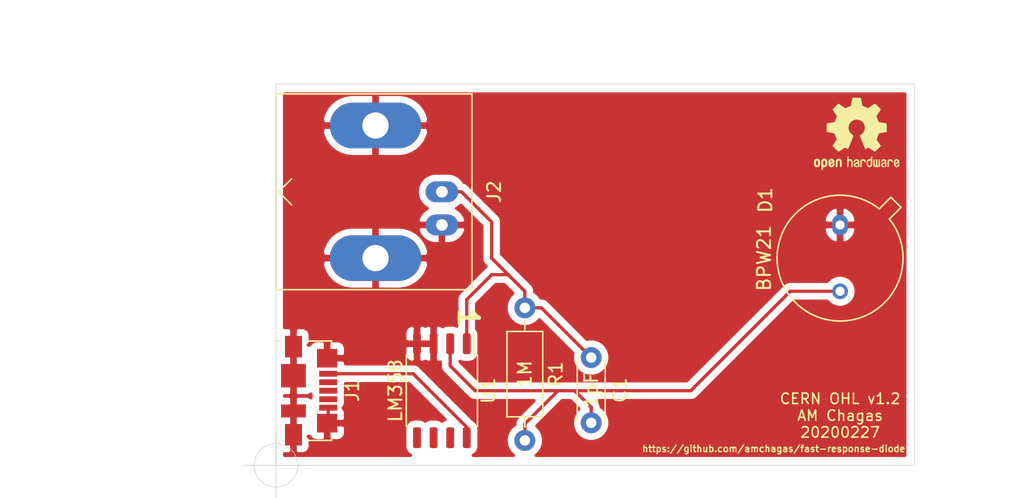
<source format=kicad_pcb>
(kicad_pcb (version 20171130) (host pcbnew 5.1.5-52549c5~84~ubuntu18.04.1)

  (general
    (thickness 1.6)
    (drawings 13)
    (tracks 28)
    (zones 0)
    (modules 7)
    (nets 8)
  )

  (page A4)
  (layers
    (0 F.Cu signal)
    (31 B.Cu signal)
    (32 B.Adhes user)
    (33 F.Adhes user)
    (34 B.Paste user)
    (35 F.Paste user)
    (36 B.SilkS user)
    (37 F.SilkS user)
    (38 B.Mask user)
    (39 F.Mask user)
    (40 Dwgs.User user)
    (41 Cmts.User user)
    (42 Eco1.User user)
    (43 Eco2.User user)
    (44 Edge.Cuts user)
    (45 Margin user)
    (46 B.CrtYd user)
    (47 F.CrtYd user)
    (48 B.Fab user)
    (49 F.Fab user)
  )

  (setup
    (last_trace_width 0.25)
    (trace_clearance 0.2)
    (zone_clearance 0.508)
    (zone_45_only no)
    (trace_min 0.2)
    (via_size 0.8)
    (via_drill 0.4)
    (via_min_size 0.4)
    (via_min_drill 0.3)
    (uvia_size 0.3)
    (uvia_drill 0.1)
    (uvias_allowed no)
    (uvia_min_size 0.2)
    (uvia_min_drill 0.1)
    (edge_width 0.05)
    (segment_width 0.2)
    (pcb_text_width 0.3)
    (pcb_text_size 1.5 1.5)
    (mod_edge_width 0.12)
    (mod_text_size 1 1)
    (mod_text_width 0.15)
    (pad_size 1.524 1.524)
    (pad_drill 0.762)
    (pad_to_mask_clearance 0.051)
    (solder_mask_min_width 0.25)
    (aux_axis_origin 106.68 116.84)
    (grid_origin 105.41 118.11)
    (visible_elements 7FFFFFFF)
    (pcbplotparams
      (layerselection 0x2ffff_ffffffff)
      (usegerberextensions false)
      (usegerberattributes false)
      (usegerberadvancedattributes false)
      (creategerberjobfile false)
      (excludeedgelayer true)
      (linewidth 0.100000)
      (plotframeref false)
      (viasonmask false)
      (mode 1)
      (useauxorigin false)
      (hpglpennumber 1)
      (hpglpenspeed 20)
      (hpglpendiameter 15.000000)
      (psnegative false)
      (psa4output false)
      (plotreference true)
      (plotvalue true)
      (plotinvisibletext false)
      (padsonsilk false)
      (subtractmaskfromsilk false)
      (outputformat 1)
      (mirror false)
      (drillshape 0)
      (scaleselection 1)
      (outputdirectory "gerbers/"))
  )

  (net 0 "")
  (net 1 /BNC+)
  (net 2 "Net-(C1-Pad2)")
  (net 3 GNDREF)
  (net 4 +5V)
  (net 5 "Net-(J1-Pad2)")
  (net 6 "Net-(J1-Pad3)")
  (net 7 "Net-(J1-Pad4)")

  (net_class Default "This is the default net class."
    (clearance 0.2)
    (trace_width 0.25)
    (via_dia 0.8)
    (via_drill 0.4)
    (uvia_dia 0.3)
    (uvia_drill 0.1)
    (add_net +5V)
    (add_net /BNC+)
    (add_net GNDREF)
    (add_net "Net-(C1-Pad2)")
    (add_net "Net-(J1-Pad2)")
    (add_net "Net-(J1-Pad3)")
    (add_net "Net-(J1-Pad4)")
  )

  (module Symbol:OSHW-Logo2_7.3x6mm_SilkScreen (layer F.Cu) (tedit 0) (tstamp 5E57F149)
    (at 151.13 90.805)
    (descr "Open Source Hardware Symbol")
    (tags "Logo Symbol OSHW")
    (attr virtual)
    (fp_text reference REF** (at 0 0) (layer F.SilkS) hide
      (effects (font (size 1 1) (thickness 0.15)))
    )
    (fp_text value OSHW-Logo2_7.3x6mm_SilkScreen (at 0.75 0) (layer F.Fab) hide
      (effects (font (size 1 1) (thickness 0.15)))
    )
    (fp_poly (pts (xy 0.10391 -2.757652) (xy 0.182454 -2.757222) (xy 0.239298 -2.756058) (xy 0.278105 -2.753793)
      (xy 0.302538 -2.75006) (xy 0.316262 -2.744494) (xy 0.32294 -2.736727) (xy 0.326236 -2.726395)
      (xy 0.326556 -2.725057) (xy 0.331562 -2.700921) (xy 0.340829 -2.653299) (xy 0.353392 -2.587259)
      (xy 0.368287 -2.507872) (xy 0.384551 -2.420204) (xy 0.385119 -2.417125) (xy 0.40141 -2.331211)
      (xy 0.416652 -2.255304) (xy 0.429861 -2.193955) (xy 0.440054 -2.151718) (xy 0.446248 -2.133145)
      (xy 0.446543 -2.132816) (xy 0.464788 -2.123747) (xy 0.502405 -2.108633) (xy 0.551271 -2.090738)
      (xy 0.551543 -2.090642) (xy 0.613093 -2.067507) (xy 0.685657 -2.038035) (xy 0.754057 -2.008403)
      (xy 0.757294 -2.006938) (xy 0.868702 -1.956374) (xy 1.115399 -2.12484) (xy 1.191077 -2.176197)
      (xy 1.259631 -2.222111) (xy 1.317088 -2.25997) (xy 1.359476 -2.287163) (xy 1.382825 -2.301079)
      (xy 1.385042 -2.302111) (xy 1.40201 -2.297516) (xy 1.433701 -2.275345) (xy 1.481352 -2.234553)
      (xy 1.546198 -2.174095) (xy 1.612397 -2.109773) (xy 1.676214 -2.046388) (xy 1.733329 -1.988549)
      (xy 1.780305 -1.939825) (xy 1.813703 -1.90379) (xy 1.830085 -1.884016) (xy 1.830694 -1.882998)
      (xy 1.832505 -1.869428) (xy 1.825683 -1.847267) (xy 1.80854 -1.813522) (xy 1.779393 -1.7652)
      (xy 1.736555 -1.699308) (xy 1.679448 -1.614483) (xy 1.628766 -1.539823) (xy 1.583461 -1.47286)
      (xy 1.54615 -1.417484) (xy 1.519452 -1.37758) (xy 1.505985 -1.357038) (xy 1.505137 -1.355644)
      (xy 1.506781 -1.335962) (xy 1.519245 -1.297707) (xy 1.540048 -1.248111) (xy 1.547462 -1.232272)
      (xy 1.579814 -1.16171) (xy 1.614328 -1.081647) (xy 1.642365 -1.012371) (xy 1.662568 -0.960955)
      (xy 1.678615 -0.921881) (xy 1.687888 -0.901459) (xy 1.689041 -0.899886) (xy 1.706096 -0.897279)
      (xy 1.746298 -0.890137) (xy 1.804302 -0.879477) (xy 1.874763 -0.866315) (xy 1.952335 -0.851667)
      (xy 2.031672 -0.836551) (xy 2.107431 -0.821982) (xy 2.174264 -0.808978) (xy 2.226828 -0.798555)
      (xy 2.259776 -0.79173) (xy 2.267857 -0.789801) (xy 2.276205 -0.785038) (xy 2.282506 -0.774282)
      (xy 2.287045 -0.753902) (xy 2.290104 -0.720266) (xy 2.291967 -0.669745) (xy 2.292918 -0.598708)
      (xy 2.29324 -0.503524) (xy 2.293257 -0.464508) (xy 2.293257 -0.147201) (xy 2.217057 -0.132161)
      (xy 2.174663 -0.124005) (xy 2.1114 -0.112101) (xy 2.034962 -0.097884) (xy 1.953043 -0.08279)
      (xy 1.9304 -0.078645) (xy 1.854806 -0.063947) (xy 1.788953 -0.049495) (xy 1.738366 -0.036625)
      (xy 1.708574 -0.026678) (xy 1.703612 -0.023713) (xy 1.691426 -0.002717) (xy 1.673953 0.037967)
      (xy 1.654577 0.090322) (xy 1.650734 0.1016) (xy 1.625339 0.171523) (xy 1.593817 0.250418)
      (xy 1.562969 0.321266) (xy 1.562817 0.321595) (xy 1.511447 0.432733) (xy 1.680399 0.681253)
      (xy 1.849352 0.929772) (xy 1.632429 1.147058) (xy 1.566819 1.211726) (xy 1.506979 1.268733)
      (xy 1.456267 1.315033) (xy 1.418046 1.347584) (xy 1.395675 1.363343) (xy 1.392466 1.364343)
      (xy 1.373626 1.356469) (xy 1.33518 1.334578) (xy 1.28133 1.301267) (xy 1.216276 1.259131)
      (xy 1.14594 1.211943) (xy 1.074555 1.16381) (xy 1.010908 1.121928) (xy 0.959041 1.088871)
      (xy 0.922995 1.067218) (xy 0.906867 1.059543) (xy 0.887189 1.066037) (xy 0.849875 1.08315)
      (xy 0.802621 1.107326) (xy 0.797612 1.110013) (xy 0.733977 1.141927) (xy 0.690341 1.157579)
      (xy 0.663202 1.157745) (xy 0.649057 1.143204) (xy 0.648975 1.143) (xy 0.641905 1.125779)
      (xy 0.625042 1.084899) (xy 0.599695 1.023525) (xy 0.567171 0.944819) (xy 0.528778 0.851947)
      (xy 0.485822 0.748072) (xy 0.444222 0.647502) (xy 0.398504 0.536516) (xy 0.356526 0.433703)
      (xy 0.319548 0.342215) (xy 0.288827 0.265201) (xy 0.265622 0.205815) (xy 0.25119 0.167209)
      (xy 0.246743 0.1528) (xy 0.257896 0.136272) (xy 0.287069 0.10993) (xy 0.325971 0.080887)
      (xy 0.436757 -0.010961) (xy 0.523351 -0.116241) (xy 0.584716 -0.232734) (xy 0.619815 -0.358224)
      (xy 0.627608 -0.490493) (xy 0.621943 -0.551543) (xy 0.591078 -0.678205) (xy 0.53792 -0.790059)
      (xy 0.465767 -0.885999) (xy 0.377917 -0.964924) (xy 0.277665 -1.02573) (xy 0.16831 -1.067313)
      (xy 0.053147 -1.088572) (xy -0.064525 -1.088401) (xy -0.18141 -1.065699) (xy -0.294211 -1.019362)
      (xy -0.399631 -0.948287) (xy -0.443632 -0.908089) (xy -0.528021 -0.804871) (xy -0.586778 -0.692075)
      (xy -0.620296 -0.57299) (xy -0.628965 -0.450905) (xy -0.613177 -0.329107) (xy -0.573322 -0.210884)
      (xy -0.509793 -0.099525) (xy -0.422979 0.001684) (xy -0.325971 0.080887) (xy -0.285563 0.111162)
      (xy -0.257018 0.137219) (xy -0.246743 0.152825) (xy -0.252123 0.169843) (xy -0.267425 0.2105)
      (xy -0.291388 0.271642) (xy -0.322756 0.350119) (xy -0.360268 0.44278) (xy -0.402667 0.546472)
      (xy -0.444337 0.647526) (xy -0.49031 0.758607) (xy -0.532893 0.861541) (xy -0.570779 0.953165)
      (xy -0.60266 1.030316) (xy -0.627229 1.089831) (xy -0.64318 1.128544) (xy -0.64909 1.143)
      (xy -0.663052 1.157685) (xy -0.69006 1.157642) (xy -0.733587 1.142099) (xy -0.79711 1.110284)
      (xy -0.797612 1.110013) (xy -0.84544 1.085323) (xy -0.884103 1.067338) (xy -0.905905 1.059614)
      (xy -0.906867 1.059543) (xy -0.923279 1.067378) (xy -0.959513 1.089165) (xy -1.011526 1.122328)
      (xy -1.075275 1.164291) (xy -1.14594 1.211943) (xy -1.217884 1.260191) (xy -1.282726 1.302151)
      (xy -1.336265 1.335227) (xy -1.374303 1.356821) (xy -1.392467 1.364343) (xy -1.409192 1.354457)
      (xy -1.44282 1.326826) (xy -1.48999 1.284495) (xy -1.547342 1.230505) (xy -1.611516 1.167899)
      (xy -1.632503 1.146983) (xy -1.849501 0.929623) (xy -1.684332 0.68722) (xy -1.634136 0.612781)
      (xy -1.590081 0.545972) (xy -1.554638 0.490665) (xy -1.530281 0.450729) (xy -1.519478 0.430036)
      (xy -1.519162 0.428563) (xy -1.524857 0.409058) (xy -1.540174 0.369822) (xy -1.562463 0.31743)
      (xy -1.578107 0.282355) (xy -1.607359 0.215201) (xy -1.634906 0.147358) (xy -1.656263 0.090034)
      (xy -1.662065 0.072572) (xy -1.678548 0.025938) (xy -1.69466 -0.010095) (xy -1.70351 -0.023713)
      (xy -1.72304 -0.032048) (xy -1.765666 -0.043863) (xy -1.825855 -0.057819) (xy -1.898078 -0.072578)
      (xy -1.9304 -0.078645) (xy -2.012478 -0.093727) (xy -2.091205 -0.108331) (xy -2.158891 -0.12102)
      (xy -2.20784 -0.130358) (xy -2.217057 -0.132161) (xy -2.293257 -0.147201) (xy -2.293257 -0.464508)
      (xy -2.293086 -0.568846) (xy -2.292384 -0.647787) (xy -2.290866 -0.704962) (xy -2.288251 -0.744001)
      (xy -2.284254 -0.768535) (xy -2.278591 -0.782195) (xy -2.27098 -0.788611) (xy -2.267857 -0.789801)
      (xy -2.249022 -0.79402) (xy -2.207412 -0.802438) (xy -2.14837 -0.814039) (xy -2.077243 -0.827805)
      (xy -1.999375 -0.84272) (xy -1.920113 -0.857768) (xy -1.844802 -0.871931) (xy -1.778787 -0.884194)
      (xy -1.727413 -0.893539) (xy -1.696025 -0.89895) (xy -1.689041 -0.899886) (xy -1.682715 -0.912404)
      (xy -1.66871 -0.945754) (xy -1.649645 -0.993623) (xy -1.642366 -1.012371) (xy -1.613004 -1.084805)
      (xy -1.578429 -1.16483) (xy -1.547463 -1.232272) (xy -1.524677 -1.283841) (xy -1.509518 -1.326215)
      (xy -1.504458 -1.352166) (xy -1.505264 -1.355644) (xy -1.515959 -1.372064) (xy -1.54038 -1.408583)
      (xy -1.575905 -1.461313) (xy -1.619913 -1.526365) (xy -1.669783 -1.599849) (xy -1.679644 -1.614355)
      (xy -1.737508 -1.700296) (xy -1.780044 -1.765739) (xy -1.808946 -1.813696) (xy -1.82591 -1.84718)
      (xy -1.832633 -1.869205) (xy -1.83081 -1.882783) (xy -1.830764 -1.882869) (xy -1.816414 -1.900703)
      (xy -1.784677 -1.935183) (xy -1.73899 -1.982732) (xy -1.682796 -2.039778) (xy -1.619532 -2.102745)
      (xy -1.612398 -2.109773) (xy -1.53267 -2.18698) (xy -1.471143 -2.24367) (xy -1.426579 -2.28089)
      (xy -1.397743 -2.299685) (xy -1.385042 -2.302111) (xy -1.366506 -2.291529) (xy -1.328039 -2.267084)
      (xy -1.273614 -2.231388) (xy -1.207202 -2.187053) (xy -1.132775 -2.136689) (xy -1.115399 -2.12484)
      (xy -0.868703 -1.956374) (xy -0.757294 -2.006938) (xy -0.689543 -2.036405) (xy -0.616817 -2.066041)
      (xy -0.554297 -2.08967) (xy -0.551543 -2.090642) (xy -0.50264 -2.108543) (xy -0.464943 -2.12368)
      (xy -0.446575 -2.13279) (xy -0.446544 -2.132816) (xy -0.440715 -2.149283) (xy -0.430808 -2.189781)
      (xy -0.417805 -2.249758) (xy -0.402691 -2.32466) (xy -0.386448 -2.409936) (xy -0.385119 -2.417125)
      (xy -0.368825 -2.504986) (xy -0.353867 -2.58474) (xy -0.341209 -2.651319) (xy -0.331814 -2.699653)
      (xy -0.326646 -2.724675) (xy -0.326556 -2.725057) (xy -0.323411 -2.735701) (xy -0.317296 -2.743738)
      (xy -0.304547 -2.749533) (xy -0.2815 -2.753453) (xy -0.244491 -2.755865) (xy -0.189856 -2.757135)
      (xy -0.113933 -2.757629) (xy -0.013056 -2.757714) (xy 0 -2.757714) (xy 0.10391 -2.757652)) (layer F.SilkS) (width 0.01))
    (fp_poly (pts (xy 3.153595 1.966966) (xy 3.211021 2.004497) (xy 3.238719 2.038096) (xy 3.260662 2.099064)
      (xy 3.262405 2.147308) (xy 3.258457 2.211816) (xy 3.109686 2.276934) (xy 3.037349 2.310202)
      (xy 2.990084 2.336964) (xy 2.965507 2.360144) (xy 2.961237 2.382667) (xy 2.974889 2.407455)
      (xy 2.989943 2.423886) (xy 3.033746 2.450235) (xy 3.081389 2.452081) (xy 3.125145 2.431546)
      (xy 3.157289 2.390752) (xy 3.163038 2.376347) (xy 3.190576 2.331356) (xy 3.222258 2.312182)
      (xy 3.265714 2.295779) (xy 3.265714 2.357966) (xy 3.261872 2.400283) (xy 3.246823 2.435969)
      (xy 3.21528 2.476943) (xy 3.210592 2.482267) (xy 3.175506 2.51872) (xy 3.145347 2.538283)
      (xy 3.107615 2.547283) (xy 3.076335 2.55023) (xy 3.020385 2.550965) (xy 2.980555 2.54166)
      (xy 2.955708 2.527846) (xy 2.916656 2.497467) (xy 2.889625 2.464613) (xy 2.872517 2.423294)
      (xy 2.863238 2.367521) (xy 2.859693 2.291305) (xy 2.85941 2.252622) (xy 2.860372 2.206247)
      (xy 2.948007 2.206247) (xy 2.949023 2.231126) (xy 2.951556 2.2352) (xy 2.968274 2.229665)
      (xy 3.004249 2.215017) (xy 3.052331 2.19419) (xy 3.062386 2.189714) (xy 3.123152 2.158814)
      (xy 3.156632 2.131657) (xy 3.16399 2.10622) (xy 3.146391 2.080481) (xy 3.131856 2.069109)
      (xy 3.07941 2.046364) (xy 3.030322 2.050122) (xy 2.989227 2.077884) (xy 2.960758 2.127152)
      (xy 2.951631 2.166257) (xy 2.948007 2.206247) (xy 2.860372 2.206247) (xy 2.861285 2.162249)
      (xy 2.868196 2.095384) (xy 2.881884 2.046695) (xy 2.904096 2.010849) (xy 2.936574 1.982513)
      (xy 2.950733 1.973355) (xy 3.015053 1.949507) (xy 3.085473 1.948006) (xy 3.153595 1.966966)) (layer F.SilkS) (width 0.01))
    (fp_poly (pts (xy 2.6526 1.958752) (xy 2.669948 1.966334) (xy 2.711356 1.999128) (xy 2.746765 2.046547)
      (xy 2.768664 2.097151) (xy 2.772229 2.122098) (xy 2.760279 2.156927) (xy 2.734067 2.175357)
      (xy 2.705964 2.186516) (xy 2.693095 2.188572) (xy 2.686829 2.173649) (xy 2.674456 2.141175)
      (xy 2.669028 2.126502) (xy 2.63859 2.075744) (xy 2.59452 2.050427) (xy 2.53801 2.051206)
      (xy 2.533825 2.052203) (xy 2.503655 2.066507) (xy 2.481476 2.094393) (xy 2.466327 2.139287)
      (xy 2.45725 2.204615) (xy 2.453286 2.293804) (xy 2.452914 2.341261) (xy 2.45273 2.416071)
      (xy 2.451522 2.467069) (xy 2.448309 2.499471) (xy 2.442109 2.518495) (xy 2.43194 2.529356)
      (xy 2.416819 2.537272) (xy 2.415946 2.53767) (xy 2.386828 2.549981) (xy 2.372403 2.554514)
      (xy 2.370186 2.540809) (xy 2.368289 2.502925) (xy 2.366847 2.445715) (xy 2.365998 2.374027)
      (xy 2.365829 2.321565) (xy 2.366692 2.220047) (xy 2.37007 2.143032) (xy 2.377142 2.086023)
      (xy 2.389088 2.044526) (xy 2.40709 2.014043) (xy 2.432327 1.99008) (xy 2.457247 1.973355)
      (xy 2.517171 1.951097) (xy 2.586911 1.946076) (xy 2.6526 1.958752)) (layer F.SilkS) (width 0.01))
    (fp_poly (pts (xy 2.144876 1.956335) (xy 2.186667 1.975344) (xy 2.219469 1.998378) (xy 2.243503 2.024133)
      (xy 2.260097 2.057358) (xy 2.270577 2.1028) (xy 2.276271 2.165207) (xy 2.278507 2.249327)
      (xy 2.278743 2.304721) (xy 2.278743 2.520826) (xy 2.241774 2.53767) (xy 2.212656 2.549981)
      (xy 2.198231 2.554514) (xy 2.195472 2.541025) (xy 2.193282 2.504653) (xy 2.191942 2.451542)
      (xy 2.191657 2.409372) (xy 2.190434 2.348447) (xy 2.187136 2.300115) (xy 2.182321 2.270518)
      (xy 2.178496 2.264229) (xy 2.152783 2.270652) (xy 2.112418 2.287125) (xy 2.065679 2.309458)
      (xy 2.020845 2.333457) (xy 1.986193 2.35493) (xy 1.970002 2.369685) (xy 1.969938 2.369845)
      (xy 1.97133 2.397152) (xy 1.983818 2.423219) (xy 2.005743 2.444392) (xy 2.037743 2.451474)
      (xy 2.065092 2.450649) (xy 2.103826 2.450042) (xy 2.124158 2.459116) (xy 2.136369 2.483092)
      (xy 2.137909 2.487613) (xy 2.143203 2.521806) (xy 2.129047 2.542568) (xy 2.092148 2.552462)
      (xy 2.052289 2.554292) (xy 1.980562 2.540727) (xy 1.943432 2.521355) (xy 1.897576 2.475845)
      (xy 1.873256 2.419983) (xy 1.871073 2.360957) (xy 1.891629 2.305953) (xy 1.922549 2.271486)
      (xy 1.95342 2.252189) (xy 2.001942 2.227759) (xy 2.058485 2.202985) (xy 2.06791 2.199199)
      (xy 2.130019 2.171791) (xy 2.165822 2.147634) (xy 2.177337 2.123619) (xy 2.16658 2.096635)
      (xy 2.148114 2.075543) (xy 2.104469 2.049572) (xy 2.056446 2.047624) (xy 2.012406 2.067637)
      (xy 1.980709 2.107551) (xy 1.976549 2.117848) (xy 1.952327 2.155724) (xy 1.916965 2.183842)
      (xy 1.872343 2.206917) (xy 1.872343 2.141485) (xy 1.874969 2.101506) (xy 1.88623 2.069997)
      (xy 1.911199 2.036378) (xy 1.935169 2.010484) (xy 1.972441 1.973817) (xy 2.001401 1.954121)
      (xy 2.032505 1.94622) (xy 2.067713 1.944914) (xy 2.144876 1.956335)) (layer F.SilkS) (width 0.01))
    (fp_poly (pts (xy 1.779833 1.958663) (xy 1.782048 1.99685) (xy 1.783784 2.054886) (xy 1.784899 2.12818)
      (xy 1.785257 2.205055) (xy 1.785257 2.465196) (xy 1.739326 2.511127) (xy 1.707675 2.539429)
      (xy 1.67989 2.550893) (xy 1.641915 2.550168) (xy 1.62684 2.548321) (xy 1.579726 2.542948)
      (xy 1.540756 2.539869) (xy 1.531257 2.539585) (xy 1.499233 2.541445) (xy 1.453432 2.546114)
      (xy 1.435674 2.548321) (xy 1.392057 2.551735) (xy 1.362745 2.54432) (xy 1.33368 2.521427)
      (xy 1.323188 2.511127) (xy 1.277257 2.465196) (xy 1.277257 1.978602) (xy 1.314226 1.961758)
      (xy 1.346059 1.949282) (xy 1.364683 1.944914) (xy 1.369458 1.958718) (xy 1.373921 1.997286)
      (xy 1.377775 2.056356) (xy 1.380722 2.131663) (xy 1.382143 2.195286) (xy 1.386114 2.445657)
      (xy 1.420759 2.450556) (xy 1.452268 2.447131) (xy 1.467708 2.436041) (xy 1.472023 2.415308)
      (xy 1.475708 2.371145) (xy 1.478469 2.309146) (xy 1.480012 2.234909) (xy 1.480235 2.196706)
      (xy 1.480457 1.976783) (xy 1.526166 1.960849) (xy 1.558518 1.950015) (xy 1.576115 1.944962)
      (xy 1.576623 1.944914) (xy 1.578388 1.958648) (xy 1.580329 1.99673) (xy 1.582282 2.054482)
      (xy 1.584084 2.127227) (xy 1.585343 2.195286) (xy 1.589314 2.445657) (xy 1.6764 2.445657)
      (xy 1.680396 2.21724) (xy 1.684392 1.988822) (xy 1.726847 1.966868) (xy 1.758192 1.951793)
      (xy 1.776744 1.944951) (xy 1.777279 1.944914) (xy 1.779833 1.958663)) (layer F.SilkS) (width 0.01))
    (fp_poly (pts (xy 1.190117 2.065358) (xy 1.189933 2.173837) (xy 1.189219 2.257287) (xy 1.187675 2.319704)
      (xy 1.185001 2.365085) (xy 1.180894 2.397429) (xy 1.175055 2.420733) (xy 1.167182 2.438995)
      (xy 1.161221 2.449418) (xy 1.111855 2.505945) (xy 1.049264 2.541377) (xy 0.980013 2.55409)
      (xy 0.910668 2.542463) (xy 0.869375 2.521568) (xy 0.826025 2.485422) (xy 0.796481 2.441276)
      (xy 0.778655 2.383462) (xy 0.770463 2.306313) (xy 0.769302 2.249714) (xy 0.769458 2.245647)
      (xy 0.870857 2.245647) (xy 0.871476 2.31055) (xy 0.874314 2.353514) (xy 0.88084 2.381622)
      (xy 0.892523 2.401953) (xy 0.906483 2.417288) (xy 0.953365 2.44689) (xy 1.003701 2.449419)
      (xy 1.051276 2.424705) (xy 1.054979 2.421356) (xy 1.070783 2.403935) (xy 1.080693 2.383209)
      (xy 1.086058 2.352362) (xy 1.088228 2.304577) (xy 1.088571 2.251748) (xy 1.087827 2.185381)
      (xy 1.084748 2.141106) (xy 1.078061 2.112009) (xy 1.066496 2.091173) (xy 1.057013 2.080107)
      (xy 1.01296 2.052198) (xy 0.962224 2.048843) (xy 0.913796 2.070159) (xy 0.90445 2.078073)
      (xy 0.88854 2.095647) (xy 0.87861 2.116587) (xy 0.873278 2.147782) (xy 0.871163 2.196122)
      (xy 0.870857 2.245647) (xy 0.769458 2.245647) (xy 0.77281 2.158568) (xy 0.784726 2.090086)
      (xy 0.807135 2.0386) (xy 0.842124 1.998443) (xy 0.869375 1.977861) (xy 0.918907 1.955625)
      (xy 0.976316 1.945304) (xy 1.029682 1.948067) (xy 1.059543 1.959212) (xy 1.071261 1.962383)
      (xy 1.079037 1.950557) (xy 1.084465 1.918866) (xy 1.088571 1.870593) (xy 1.093067 1.816829)
      (xy 1.099313 1.784482) (xy 1.110676 1.765985) (xy 1.130528 1.75377) (xy 1.143 1.748362)
      (xy 1.190171 1.728601) (xy 1.190117 2.065358)) (layer F.SilkS) (width 0.01))
    (fp_poly (pts (xy 0.529926 1.949755) (xy 0.595858 1.974084) (xy 0.649273 2.017117) (xy 0.670164 2.047409)
      (xy 0.692939 2.102994) (xy 0.692466 2.143186) (xy 0.668562 2.170217) (xy 0.659717 2.174813)
      (xy 0.62153 2.189144) (xy 0.602028 2.185472) (xy 0.595422 2.161407) (xy 0.595086 2.148114)
      (xy 0.582992 2.09921) (xy 0.551471 2.064999) (xy 0.507659 2.048476) (xy 0.458695 2.052634)
      (xy 0.418894 2.074227) (xy 0.40545 2.086544) (xy 0.395921 2.101487) (xy 0.389485 2.124075)
      (xy 0.385317 2.159328) (xy 0.382597 2.212266) (xy 0.380502 2.287907) (xy 0.37996 2.311857)
      (xy 0.377981 2.39379) (xy 0.375731 2.451455) (xy 0.372357 2.489608) (xy 0.367006 2.513004)
      (xy 0.358824 2.526398) (xy 0.346959 2.534545) (xy 0.339362 2.538144) (xy 0.307102 2.550452)
      (xy 0.288111 2.554514) (xy 0.281836 2.540948) (xy 0.278006 2.499934) (xy 0.2766 2.430999)
      (xy 0.277598 2.333669) (xy 0.277908 2.318657) (xy 0.280101 2.229859) (xy 0.282693 2.165019)
      (xy 0.286382 2.119067) (xy 0.291864 2.086935) (xy 0.299835 2.063553) (xy 0.310993 2.043852)
      (xy 0.31683 2.03541) (xy 0.350296 1.998057) (xy 0.387727 1.969003) (xy 0.392309 1.966467)
      (xy 0.459426 1.946443) (xy 0.529926 1.949755)) (layer F.SilkS) (width 0.01))
    (fp_poly (pts (xy 0.039744 1.950968) (xy 0.096616 1.972087) (xy 0.097267 1.972493) (xy 0.13244 1.99838)
      (xy 0.158407 2.028633) (xy 0.17667 2.068058) (xy 0.188732 2.121462) (xy 0.196096 2.193651)
      (xy 0.200264 2.289432) (xy 0.200629 2.303078) (xy 0.205876 2.508842) (xy 0.161716 2.531678)
      (xy 0.129763 2.54711) (xy 0.11047 2.554423) (xy 0.109578 2.554514) (xy 0.106239 2.541022)
      (xy 0.103587 2.504626) (xy 0.101956 2.451452) (xy 0.1016 2.408393) (xy 0.101592 2.338641)
      (xy 0.098403 2.294837) (xy 0.087288 2.273944) (xy 0.063501 2.272925) (xy 0.022296 2.288741)
      (xy -0.039914 2.317815) (xy -0.085659 2.341963) (xy -0.109187 2.362913) (xy -0.116104 2.385747)
      (xy -0.116114 2.386877) (xy -0.104701 2.426212) (xy -0.070908 2.447462) (xy -0.019191 2.450539)
      (xy 0.018061 2.450006) (xy 0.037703 2.460735) (xy 0.049952 2.486505) (xy 0.057002 2.519337)
      (xy 0.046842 2.537966) (xy 0.043017 2.540632) (xy 0.007001 2.55134) (xy -0.043434 2.552856)
      (xy -0.095374 2.545759) (xy -0.132178 2.532788) (xy -0.183062 2.489585) (xy -0.211986 2.429446)
      (xy -0.217714 2.382462) (xy -0.213343 2.340082) (xy -0.197525 2.305488) (xy -0.166203 2.274763)
      (xy -0.115322 2.24399) (xy -0.040824 2.209252) (xy -0.036286 2.207288) (xy 0.030821 2.176287)
      (xy 0.072232 2.150862) (xy 0.089981 2.128014) (xy 0.086107 2.104745) (xy 0.062643 2.078056)
      (xy 0.055627 2.071914) (xy 0.00863 2.0481) (xy -0.040067 2.049103) (xy -0.082478 2.072451)
      (xy -0.110616 2.115675) (xy -0.113231 2.12416) (xy -0.138692 2.165308) (xy -0.170999 2.185128)
      (xy -0.217714 2.20477) (xy -0.217714 2.15395) (xy -0.203504 2.080082) (xy -0.161325 2.012327)
      (xy -0.139376 1.989661) (xy -0.089483 1.960569) (xy -0.026033 1.9474) (xy 0.039744 1.950968)) (layer F.SilkS) (width 0.01))
    (fp_poly (pts (xy -0.624114 1.851289) (xy -0.619861 1.910613) (xy -0.614975 1.945572) (xy -0.608205 1.96082)
      (xy -0.598298 1.961015) (xy -0.595086 1.959195) (xy -0.552356 1.946015) (xy -0.496773 1.946785)
      (xy -0.440263 1.960333) (xy -0.404918 1.977861) (xy -0.368679 2.005861) (xy -0.342187 2.037549)
      (xy -0.324001 2.077813) (xy -0.312678 2.131543) (xy -0.306778 2.203626) (xy -0.304857 2.298951)
      (xy -0.304823 2.317237) (xy -0.3048 2.522646) (xy -0.350509 2.53858) (xy -0.382973 2.54942)
      (xy -0.400785 2.554468) (xy -0.401309 2.554514) (xy -0.403063 2.540828) (xy -0.404556 2.503076)
      (xy -0.405674 2.446224) (xy -0.406303 2.375234) (xy -0.4064 2.332073) (xy -0.406602 2.246973)
      (xy -0.407642 2.185981) (xy -0.410169 2.144177) (xy -0.414836 2.116642) (xy -0.422293 2.098456)
      (xy -0.433189 2.084698) (xy -0.439993 2.078073) (xy -0.486728 2.051375) (xy -0.537728 2.049375)
      (xy -0.583999 2.071955) (xy -0.592556 2.080107) (xy -0.605107 2.095436) (xy -0.613812 2.113618)
      (xy -0.619369 2.139909) (xy -0.622474 2.179562) (xy -0.623824 2.237832) (xy -0.624114 2.318173)
      (xy -0.624114 2.522646) (xy -0.669823 2.53858) (xy -0.702287 2.54942) (xy -0.720099 2.554468)
      (xy -0.720623 2.554514) (xy -0.721963 2.540623) (xy -0.723172 2.501439) (xy -0.724199 2.4407)
      (xy -0.724998 2.362141) (xy -0.725519 2.269498) (xy -0.725714 2.166509) (xy -0.725714 1.769342)
      (xy -0.678543 1.749444) (xy -0.631371 1.729547) (xy -0.624114 1.851289)) (layer F.SilkS) (width 0.01))
    (fp_poly (pts (xy -1.831697 1.931239) (xy -1.774473 1.969735) (xy -1.730251 2.025335) (xy -1.703833 2.096086)
      (xy -1.69849 2.148162) (xy -1.699097 2.169893) (xy -1.704178 2.186531) (xy -1.718145 2.201437)
      (xy -1.745411 2.217973) (xy -1.790388 2.239498) (xy -1.857489 2.269374) (xy -1.857829 2.269524)
      (xy -1.919593 2.297813) (xy -1.970241 2.322933) (xy -2.004596 2.342179) (xy -2.017482 2.352848)
      (xy -2.017486 2.352934) (xy -2.006128 2.376166) (xy -1.979569 2.401774) (xy -1.949077 2.420221)
      (xy -1.93363 2.423886) (xy -1.891485 2.411212) (xy -1.855192 2.379471) (xy -1.837483 2.344572)
      (xy -1.820448 2.318845) (xy -1.787078 2.289546) (xy -1.747851 2.264235) (xy -1.713244 2.250471)
      (xy -1.706007 2.249714) (xy -1.697861 2.26216) (xy -1.69737 2.293972) (xy -1.703357 2.336866)
      (xy -1.714643 2.382558) (xy -1.73005 2.422761) (xy -1.730829 2.424322) (xy -1.777196 2.489062)
      (xy -1.837289 2.533097) (xy -1.905535 2.554711) (xy -1.976362 2.552185) (xy -2.044196 2.523804)
      (xy -2.047212 2.521808) (xy -2.100573 2.473448) (xy -2.13566 2.410352) (xy -2.155078 2.327387)
      (xy -2.157684 2.304078) (xy -2.162299 2.194055) (xy -2.156767 2.142748) (xy -2.017486 2.142748)
      (xy -2.015676 2.174753) (xy -2.005778 2.184093) (xy -1.981102 2.177105) (xy -1.942205 2.160587)
      (xy -1.898725 2.139881) (xy -1.897644 2.139333) (xy -1.860791 2.119949) (xy -1.846 2.107013)
      (xy -1.849647 2.093451) (xy -1.865005 2.075632) (xy -1.904077 2.049845) (xy -1.946154 2.04795)
      (xy -1.983897 2.066717) (xy -2.009966 2.102915) (xy -2.017486 2.142748) (xy -2.156767 2.142748)
      (xy -2.152806 2.106027) (xy -2.12845 2.036212) (xy -2.094544 1.987302) (xy -2.033347 1.937878)
      (xy -1.965937 1.913359) (xy -1.89712 1.911797) (xy -1.831697 1.931239)) (layer F.SilkS) (width 0.01))
    (fp_poly (pts (xy -2.958885 1.921962) (xy -2.890855 1.957733) (xy -2.840649 2.015301) (xy -2.822815 2.052312)
      (xy -2.808937 2.107882) (xy -2.801833 2.178096) (xy -2.80116 2.254727) (xy -2.806573 2.329552)
      (xy -2.81773 2.394342) (xy -2.834286 2.440873) (xy -2.839374 2.448887) (xy -2.899645 2.508707)
      (xy -2.971231 2.544535) (xy -3.048908 2.55502) (xy -3.127452 2.53881) (xy -3.149311 2.529092)
      (xy -3.191878 2.499143) (xy -3.229237 2.459433) (xy -3.232768 2.454397) (xy -3.247119 2.430124)
      (xy -3.256606 2.404178) (xy -3.26221 2.370022) (xy -3.264914 2.321119) (xy -3.265701 2.250935)
      (xy -3.265714 2.2352) (xy -3.265678 2.230192) (xy -3.120571 2.230192) (xy -3.119727 2.29643)
      (xy -3.116404 2.340386) (xy -3.109417 2.368779) (xy -3.097584 2.388325) (xy -3.091543 2.394857)
      (xy -3.056814 2.41968) (xy -3.023097 2.418548) (xy -2.989005 2.397016) (xy -2.968671 2.374029)
      (xy -2.956629 2.340478) (xy -2.949866 2.287569) (xy -2.949402 2.281399) (xy -2.948248 2.185513)
      (xy -2.960312 2.114299) (xy -2.98543 2.068194) (xy -3.02344 2.047635) (xy -3.037008 2.046514)
      (xy -3.072636 2.052152) (xy -3.097006 2.071686) (xy -3.111907 2.109042) (xy -3.119125 2.16815)
      (xy -3.120571 2.230192) (xy -3.265678 2.230192) (xy -3.265174 2.160413) (xy -3.262904 2.108159)
      (xy -3.257932 2.071949) (xy -3.249287 2.045299) (xy -3.235995 2.021722) (xy -3.233057 2.017338)
      (xy -3.183687 1.958249) (xy -3.129891 1.923947) (xy -3.064398 1.910331) (xy -3.042158 1.909665)
      (xy -2.958885 1.921962)) (layer F.SilkS) (width 0.01))
    (fp_poly (pts (xy -1.283907 1.92778) (xy -1.237328 1.954723) (xy -1.204943 1.981466) (xy -1.181258 2.009484)
      (xy -1.164941 2.043748) (xy -1.154661 2.089227) (xy -1.149086 2.150892) (xy -1.146884 2.233711)
      (xy -1.146629 2.293246) (xy -1.146629 2.512391) (xy -1.208314 2.540044) (xy -1.27 2.567697)
      (xy -1.277257 2.32767) (xy -1.280256 2.238028) (xy -1.283402 2.172962) (xy -1.287299 2.128026)
      (xy -1.292553 2.09877) (xy -1.299769 2.080748) (xy -1.30955 2.069511) (xy -1.312688 2.067079)
      (xy -1.360239 2.048083) (xy -1.408303 2.0556) (xy -1.436914 2.075543) (xy -1.448553 2.089675)
      (xy -1.456609 2.10822) (xy -1.461729 2.136334) (xy -1.464559 2.179173) (xy -1.465744 2.241895)
      (xy -1.465943 2.307261) (xy -1.465982 2.389268) (xy -1.467386 2.447316) (xy -1.472086 2.486465)
      (xy -1.482013 2.51178) (xy -1.499097 2.528323) (xy -1.525268 2.541156) (xy -1.560225 2.554491)
      (xy -1.598404 2.569007) (xy -1.593859 2.311389) (xy -1.592029 2.218519) (xy -1.589888 2.149889)
      (xy -1.586819 2.100711) (xy -1.582206 2.066198) (xy -1.575432 2.041562) (xy -1.565881 2.022016)
      (xy -1.554366 2.00477) (xy -1.49881 1.94968) (xy -1.43102 1.917822) (xy -1.357287 1.910191)
      (xy -1.283907 1.92778)) (layer F.SilkS) (width 0.01))
    (fp_poly (pts (xy -2.400256 1.919918) (xy -2.344799 1.947568) (xy -2.295852 1.99848) (xy -2.282371 2.017338)
      (xy -2.267686 2.042015) (xy -2.258158 2.068816) (xy -2.252707 2.104587) (xy -2.250253 2.156169)
      (xy -2.249714 2.224267) (xy -2.252148 2.317588) (xy -2.260606 2.387657) (xy -2.276826 2.439931)
      (xy -2.302546 2.479869) (xy -2.339503 2.512929) (xy -2.342218 2.514886) (xy -2.37864 2.534908)
      (xy -2.422498 2.544815) (xy -2.478276 2.547257) (xy -2.568952 2.547257) (xy -2.56899 2.635283)
      (xy -2.569834 2.684308) (xy -2.574976 2.713065) (xy -2.588413 2.730311) (xy -2.614142 2.744808)
      (xy -2.620321 2.747769) (xy -2.649236 2.761648) (xy -2.671624 2.770414) (xy -2.688271 2.771171)
      (xy -2.699964 2.761023) (xy -2.70749 2.737073) (xy -2.711634 2.696426) (xy -2.713185 2.636186)
      (xy -2.712929 2.553455) (xy -2.711651 2.445339) (xy -2.711252 2.413) (xy -2.709815 2.301524)
      (xy -2.708528 2.228603) (xy -2.569029 2.228603) (xy -2.568245 2.290499) (xy -2.56476 2.330997)
      (xy -2.556876 2.357708) (xy -2.542895 2.378244) (xy -2.533403 2.38826) (xy -2.494596 2.417567)
      (xy -2.460237 2.419952) (xy -2.424784 2.39575) (xy -2.423886 2.394857) (xy -2.409461 2.376153)
      (xy -2.400687 2.350732) (xy -2.396261 2.311584) (xy -2.394882 2.251697) (xy -2.394857 2.23843)
      (xy -2.398188 2.155901) (xy -2.409031 2.098691) (xy -2.42866 2.063766) (xy -2.45835 2.048094)
      (xy -2.475509 2.046514) (xy -2.516234 2.053926) (xy -2.544168 2.07833) (xy -2.560983 2.12298)
      (xy -2.56835 2.19113) (xy -2.569029 2.228603) (xy -2.708528 2.228603) (xy -2.708292 2.215245)
      (xy -2.706323 2.150333) (xy -2.70355 2.102958) (xy -2.699612 2.06929) (xy -2.694151 2.045498)
      (xy -2.686808 2.027753) (xy -2.677223 2.012224) (xy -2.673113 2.006381) (xy -2.618595 1.951185)
      (xy -2.549664 1.91989) (xy -2.469928 1.911165) (xy -2.400256 1.919918)) (layer F.SilkS) (width 0.01))
  )

  (module Package_TO_SOT_THT:TO-5-2_Window (layer F.Cu) (tedit 5A02FF81) (tstamp 5E57E12A)
    (at 149.86 97.79 270)
    (descr "TO-5-2_Window, Window")
    (tags "TO-5-2_Window Window")
    (path /5E56DA71)
    (fp_text reference D1 (at -1.905 5.715 90) (layer F.SilkS)
      (effects (font (size 1 1) (thickness 0.15)))
    )
    (fp_text value BPW21 (at 2.54 5.82 90) (layer F.SilkS)
      (effects (font (size 1 1) (thickness 0.15)))
    )
    (fp_text user %R (at 8.255 3.81 90) (layer F.Fab)
      (effects (font (size 1 1) (thickness 0.15)))
    )
    (fp_line (start -0.465408 -3.61352) (end -1.27151 -4.419621) (layer F.Fab) (width 0.1))
    (fp_line (start -1.27151 -4.419621) (end -1.879621 -3.81151) (layer F.Fab) (width 0.1))
    (fp_line (start -1.879621 -3.81151) (end -1.07352 -3.005408) (layer F.Fab) (width 0.1))
    (fp_line (start 3.864 -2.637) (end 5.177 -1.324) (layer F.Fab) (width 0.1))
    (fp_line (start 3.025 -2.911) (end 5.451 -0.485) (layer F.Fab) (width 0.1))
    (fp_line (start 2.42 -2.948) (end 5.488 0.12) (layer F.Fab) (width 0.1))
    (fp_line (start 1.918 -2.884) (end 5.424 0.622) (layer F.Fab) (width 0.1))
    (fp_line (start 1.482 -2.755) (end 5.295 1.058) (layer F.Fab) (width 0.1))
    (fp_line (start 1.097 -2.574) (end 5.114 1.443) (layer F.Fab) (width 0.1))
    (fp_line (start 0.756 -2.35) (end 4.89 1.784) (layer F.Fab) (width 0.1))
    (fp_line (start 0.454 -2.086) (end 4.626 2.086) (layer F.Fab) (width 0.1))
    (fp_line (start 0.19 -1.784) (end 4.324 2.35) (layer F.Fab) (width 0.1))
    (fp_line (start -0.034 -1.443) (end 3.983 2.574) (layer F.Fab) (width 0.1))
    (fp_line (start -0.215 -1.058) (end 3.598 2.755) (layer F.Fab) (width 0.1))
    (fp_line (start -0.344 -0.622) (end 3.162 2.884) (layer F.Fab) (width 0.1))
    (fp_line (start -0.408 -0.12) (end 2.66 2.948) (layer F.Fab) (width 0.1))
    (fp_line (start -0.371 0.485) (end 2.055 2.911) (layer F.Fab) (width 0.1))
    (fp_line (start -0.097 1.324) (end 1.216 2.637) (layer F.Fab) (width 0.1))
    (fp_line (start -0.457084 -3.774902) (end -1.348039 -4.665856) (layer F.SilkS) (width 0.12))
    (fp_line (start -1.348039 -4.665856) (end -2.125856 -3.888039) (layer F.SilkS) (width 0.12))
    (fp_line (start -2.125856 -3.888039) (end -1.234902 -2.997084) (layer F.SilkS) (width 0.12))
    (fp_line (start -2.41 -4.95) (end -2.41 4.95) (layer F.CrtYd) (width 0.05))
    (fp_line (start -2.41 4.95) (end 7.49 4.95) (layer F.CrtYd) (width 0.05))
    (fp_line (start 7.49 4.95) (end 7.49 -4.95) (layer F.CrtYd) (width 0.05))
    (fp_line (start 7.49 -4.95) (end -2.41 -4.95) (layer F.CrtYd) (width 0.05))
    (fp_circle (center 2.54 0) (end 6.79 0) (layer F.Fab) (width 0.1))
    (fp_circle (center 2.54 0) (end 5.49 0) (layer F.Fab) (width 0.1))
    (fp_arc (start 2.54 0) (end -0.465408 -3.61352) (angle 349.5) (layer F.Fab) (width 0.1))
    (fp_arc (start 2.54 0) (end -0.457084 -3.774902) (angle 346.9) (layer F.SilkS) (width 0.12))
    (pad 1 thru_hole oval (at 0 0 270) (size 1.6 1.2) (drill 0.7) (layers *.Cu *.Mask)
      (net 3 GNDREF))
    (pad 2 thru_hole oval (at 5.08 0 270) (size 1.2 1.2) (drill 0.7) (layers *.Cu *.Mask)
      (net 2 "Net-(C1-Pad2)"))
    (model ${KISYS3DMOD}/Package_TO_SOT_THT.3dshapes/TO-5-2_Window.wrl
      (at (xyz 0 0 0))
      (scale (xyz 1 1 1))
      (rotate (xyz 0 0 0))
    )
  )

  (module Capacitor_THT:C_Disc_D4.3mm_W1.9mm_P5.00mm (layer F.Cu) (tedit 5AE50EF0) (tstamp 5E57E106)
    (at 130.81 107.95 270)
    (descr "C, Disc series, Radial, pin pitch=5.00mm, , diameter*width=4.3*1.9mm^2, Capacitor, http://www.vishay.com/docs/45233/krseries.pdf")
    (tags "C Disc series Radial pin pitch 5.00mm  diameter 4.3mm width 1.9mm Capacitor")
    (path /5E56D0CF)
    (fp_text reference C1 (at 2.5 -2.2 90) (layer F.SilkS)
      (effects (font (size 1 1) (thickness 0.15)))
    )
    (fp_text value 1pF (at 2.5 0 90) (layer F.SilkS)
      (effects (font (size 1 1) (thickness 0.15)))
    )
    (fp_line (start 0.35 -0.95) (end 0.35 0.95) (layer F.Fab) (width 0.1))
    (fp_line (start 0.35 0.95) (end 4.65 0.95) (layer F.Fab) (width 0.1))
    (fp_line (start 4.65 0.95) (end 4.65 -0.95) (layer F.Fab) (width 0.1))
    (fp_line (start 4.65 -0.95) (end 0.35 -0.95) (layer F.Fab) (width 0.1))
    (fp_line (start 0.23 -1.07) (end 4.77 -1.07) (layer F.SilkS) (width 0.12))
    (fp_line (start 0.23 1.07) (end 4.77 1.07) (layer F.SilkS) (width 0.12))
    (fp_line (start 0.23 -1.07) (end 0.23 -1.055) (layer F.SilkS) (width 0.12))
    (fp_line (start 0.23 1.055) (end 0.23 1.07) (layer F.SilkS) (width 0.12))
    (fp_line (start 4.77 -1.07) (end 4.77 -1.055) (layer F.SilkS) (width 0.12))
    (fp_line (start 4.77 1.055) (end 4.77 1.07) (layer F.SilkS) (width 0.12))
    (fp_line (start -1.05 -1.2) (end -1.05 1.2) (layer F.CrtYd) (width 0.05))
    (fp_line (start -1.05 1.2) (end 6.05 1.2) (layer F.CrtYd) (width 0.05))
    (fp_line (start 6.05 1.2) (end 6.05 -1.2) (layer F.CrtYd) (width 0.05))
    (fp_line (start 6.05 -1.2) (end -1.05 -1.2) (layer F.CrtYd) (width 0.05))
    (fp_text user %R (at 2.5 0 90) (layer F.Fab)
      (effects (font (size 0.86 0.86) (thickness 0.129)))
    )
    (pad 1 thru_hole circle (at 0 0 270) (size 1.6 1.6) (drill 0.8) (layers *.Cu *.Mask)
      (net 1 /BNC+))
    (pad 2 thru_hole circle (at 5 0 270) (size 1.6 1.6) (drill 0.8) (layers *.Cu *.Mask)
      (net 2 "Net-(C1-Pad2)"))
    (model ${KISYS3DMOD}/Capacitor_THT.3dshapes/C_Disc_D4.3mm_W1.9mm_P5.00mm.wrl
      (at (xyz 0 0 0))
      (scale (xyz 1 1 1))
      (rotate (xyz 0 0 0))
    )
  )

  (module Connector_USB:USB_Micro-B_Molex_47346-0001 (layer F.Cu) (tedit 5D8620A7) (tstamp 5E57E14A)
    (at 109.22 110.49 270)
    (descr "Micro USB B receptable with flange, bottom-mount, SMD, right-angle (http://www.molex.com/pdm_docs/sd/473460001_sd.pdf)")
    (tags "Micro B USB SMD")
    (path /5E56DA6D)
    (attr smd)
    (fp_text reference J1 (at 0 -3.3 270) (layer F.SilkS)
      (effects (font (size 1 1) (thickness 0.15)))
    )
    (fp_text value USB_B_Micro (at 0 4.6 270) (layer F.Fab)
      (effects (font (size 1 1) (thickness 0.15)))
    )
    (fp_text user "PCB Edge" (at 0 2.67 270) (layer Dwgs.User)
      (effects (font (size 0.4 0.4) (thickness 0.04)))
    )
    (fp_text user %R (at 0 1.2 90) (layer F.Fab)
      (effects (font (size 1 1) (thickness 0.15)))
    )
    (fp_line (start 3.81 -1.71) (end 3.43 -1.71) (layer F.SilkS) (width 0.12))
    (fp_line (start 4.7 3.85) (end -4.7 3.85) (layer F.CrtYd) (width 0.05))
    (fp_line (start 4.7 -2.65) (end 4.7 3.85) (layer F.CrtYd) (width 0.05))
    (fp_line (start -4.7 -2.65) (end 4.7 -2.65) (layer F.CrtYd) (width 0.05))
    (fp_line (start -4.7 3.85) (end -4.7 -2.65) (layer F.CrtYd) (width 0.05))
    (fp_line (start 3.75 3.35) (end -3.75 3.35) (layer F.Fab) (width 0.1))
    (fp_line (start 3.75 -1.65) (end 3.75 3.35) (layer F.Fab) (width 0.1))
    (fp_line (start -3.75 -1.65) (end 3.75 -1.65) (layer F.Fab) (width 0.1))
    (fp_line (start -3.75 3.35) (end -3.75 -1.65) (layer F.Fab) (width 0.1))
    (fp_line (start 3.81 2.34) (end 3.81 2.6) (layer F.SilkS) (width 0.12))
    (fp_line (start 3.81 -1.71) (end 3.81 0.06) (layer F.SilkS) (width 0.12))
    (fp_line (start -3.81 -1.71) (end -3.43 -1.71) (layer F.SilkS) (width 0.12))
    (fp_line (start -3.81 0.06) (end -3.81 -1.71) (layer F.SilkS) (width 0.12))
    (fp_line (start -3.81 2.6) (end -3.81 2.34) (layer F.SilkS) (width 0.12))
    (fp_line (start -3.25 2.65) (end 3.25 2.65) (layer F.Fab) (width 0.1))
    (pad 1 smd rect (at -1.3 -1.46 270) (size 0.45 1.38) (layers F.Cu F.Paste F.Mask)
      (net 4 +5V))
    (pad 2 smd rect (at -0.65 -1.46 270) (size 0.45 1.38) (layers F.Cu F.Paste F.Mask)
      (net 5 "Net-(J1-Pad2)"))
    (pad 3 smd rect (at 0 -1.46 270) (size 0.45 1.38) (layers F.Cu F.Paste F.Mask)
      (net 6 "Net-(J1-Pad3)"))
    (pad 4 smd rect (at 0.65 -1.46 270) (size 0.45 1.38) (layers F.Cu F.Paste F.Mask)
      (net 7 "Net-(J1-Pad4)"))
    (pad 5 smd rect (at 1.3 -1.46 270) (size 0.45 1.38) (layers F.Cu F.Paste F.Mask)
      (net 3 GNDREF))
    (pad 6 smd rect (at -2.4875 -1.375 270) (size 1.425 1.55) (layers F.Cu F.Paste F.Mask)
      (net 3 GNDREF))
    (pad 6 smd rect (at 2.4875 -1.375 270) (size 1.425 1.55) (layers F.Cu F.Paste F.Mask)
      (net 3 GNDREF))
    (pad 6 smd rect (at -3.375 1.2 270) (size 1.65 1.3) (layers F.Cu F.Paste F.Mask)
      (net 3 GNDREF))
    (pad 6 smd rect (at 3.375 1.2 270) (size 1.65 1.3) (layers F.Cu F.Paste F.Mask)
      (net 3 GNDREF))
    (pad 6 smd rect (at -1.15 1.2 270) (size 1.8 1.9) (layers F.Cu F.Paste F.Mask)
      (net 3 GNDREF))
    (pad 6 smd rect (at 1.55 1.2 270) (size 1 1.9) (layers F.Cu F.Paste F.Mask)
      (net 3 GNDREF))
    (model ${KISYS3DMOD}/Connector_USB.3dshapes/USB_Micro-B_Molex_47346-0001.wrl
      (at (xyz 0 0 0))
      (scale (xyz 1 1 1))
      (rotate (xyz 0 0 0))
    )
  )

  (module Connector_Coaxial:BNC_Amphenol_B6252HB-NPP3G-50_Horizontal (layer F.Cu) (tedit 5C13907B) (tstamp 5E57E16F)
    (at 119.38 95.25 90)
    (descr http://www.farnell.com/datasheets/612848.pdf)
    (tags "BNC Amphenol Horizontal")
    (path /5E56BE75)
    (fp_text reference J2 (at 0 4 90) (layer F.SilkS)
      (effects (font (size 1 1) (thickness 0.15)))
    )
    (fp_text value Conn_Coaxial (at 0 6 270) (layer F.Fab)
      (effects (font (size 1 1) (thickness 0.15)))
    )
    (fp_line (start -5 -20) (end 5 -21) (layer F.Fab) (width 0.1))
    (fp_line (start -5 -19) (end 5 -20) (layer F.Fab) (width 0.1))
    (fp_line (start -5 -18) (end 5 -19) (layer F.Fab) (width 0.1))
    (fp_line (start -5 -17) (end 5 -18) (layer F.Fab) (width 0.1))
    (fp_line (start -5 -16) (end 5 -17) (layer F.Fab) (width 0.1))
    (fp_line (start -5 -15) (end 5 -16) (layer F.Fab) (width 0.1))
    (fp_circle (center 0 -28.07) (end 1 -28.07) (layer F.Fab) (width 0.1))
    (fp_line (start 4.8 -21.4) (end 4.8 -33.3) (layer F.Fab) (width 0.1))
    (fp_line (start 4.8 -33.3) (end -4.8 -33.3) (layer F.Fab) (width 0.1))
    (fp_line (start -4.8 -33.3) (end -4.8 -21.4) (layer F.Fab) (width 0.1))
    (fp_line (start 6.35 -12.7) (end 6.35 -21.4) (layer F.Fab) (width 0.1))
    (fp_line (start 6.35 -21.4) (end -6.35 -21.4) (layer F.Fab) (width 0.1))
    (fp_line (start -6.35 -21.4) (end -6.35 -12.7) (layer F.Fab) (width 0.1))
    (fp_line (start -7.35 2.2) (end 7.35 2.2) (layer F.Fab) (width 0.1))
    (fp_line (start 7.35 2.2) (end 7.35 -12.7) (layer F.Fab) (width 0.1))
    (fp_line (start 7.35 -12.7) (end -7.35 -12.7) (layer F.Fab) (width 0.1))
    (fp_line (start -7.35 -12.7) (end -7.35 2.2) (layer F.Fab) (width 0.1))
    (fp_text user %R (at 0 0 90) (layer F.Fab)
      (effects (font (size 1 1) (thickness 0.15)))
    )
    (fp_line (start -5 -14) (end 5 -15) (layer F.Fab) (width 0.1))
    (fp_line (start -7.5 -12.7) (end 7.5 -12.7) (layer F.SilkS) (width 0.12))
    (fp_line (start 7.5 -12.7) (end 7.5 2.3) (layer F.SilkS) (width 0.12))
    (fp_line (start 7.5 2.3) (end -7.5 2.3) (layer F.SilkS) (width 0.12))
    (fp_line (start -7.5 2.3) (end -7.5 -12.7) (layer F.SilkS) (width 0.12))
    (fp_line (start -7.85 2.7) (end 7.85 2.7) (layer F.CrtYd) (width 0.05))
    (fp_line (start -7.85 2.7) (end -7.85 -33.8) (layer F.CrtYd) (width 0.05))
    (fp_line (start 7.85 -33.8) (end -7.85 -33.8) (layer F.CrtYd) (width 0.05))
    (fp_line (start 7.85 2.7) (end 7.85 -33.8) (layer F.CrtYd) (width 0.05))
    (fp_line (start 0 -12.5) (end -1 -11.5) (layer F.SilkS) (width 0.12))
    (fp_line (start 0 -12.5) (end 1 -11.5) (layer F.SilkS) (width 0.12))
    (pad 2 thru_hole oval (at -5.08 -5.08 90) (size 3.5 7) (drill 2.01) (layers *.Cu *.Mask)
      (net 3 GNDREF))
    (pad 2 thru_hole oval (at 5.08 -5.08 90) (size 3.5 7) (drill 2.01) (layers *.Cu *.Mask)
      (net 3 GNDREF))
    (pad 1 thru_hole oval (at 0 0 90) (size 1.6 2.5) (drill 0.89) (layers *.Cu *.Mask)
      (net 1 /BNC+))
    (pad 2 thru_hole oval (at -2.54 0 90) (size 1.6 2.5) (drill 0.89) (layers *.Cu *.Mask)
      (net 3 GNDREF))
    (model ${KISYS3DMOD}/Connector_Coaxial.3dshapes/BNC_Amphenol_B6252HB-NPP3G-50_Horizontal.wrl
      (at (xyz 0 0 0))
      (scale (xyz 1 1 1))
      (rotate (xyz 0 0 0))
    )
  )

  (module Resistor_THT:R_Axial_DIN0207_L6.3mm_D2.5mm_P10.16mm_Horizontal (layer F.Cu) (tedit 5AE5139B) (tstamp 5E57E186)
    (at 125.73 104.14 270)
    (descr "Resistor, Axial_DIN0207 series, Axial, Horizontal, pin pitch=10.16mm, 0.25W = 1/4W, length*diameter=6.3*2.5mm^2, http://cdn-reichelt.de/documents/datenblatt/B400/1_4W%23YAG.pdf")
    (tags "Resistor Axial_DIN0207 series Axial Horizontal pin pitch 10.16mm 0.25W = 1/4W length 6.3mm diameter 2.5mm")
    (path /5E56C32C)
    (fp_text reference R1 (at 5.08 -2.37 90) (layer F.SilkS)
      (effects (font (size 1 1) (thickness 0.15)))
    )
    (fp_text value 1M (at 5.08 0 90) (layer F.SilkS)
      (effects (font (size 1 1) (thickness 0.15)))
    )
    (fp_line (start 1.93 -1.25) (end 1.93 1.25) (layer F.Fab) (width 0.1))
    (fp_line (start 1.93 1.25) (end 8.23 1.25) (layer F.Fab) (width 0.1))
    (fp_line (start 8.23 1.25) (end 8.23 -1.25) (layer F.Fab) (width 0.1))
    (fp_line (start 8.23 -1.25) (end 1.93 -1.25) (layer F.Fab) (width 0.1))
    (fp_line (start 0 0) (end 1.93 0) (layer F.Fab) (width 0.1))
    (fp_line (start 10.16 0) (end 8.23 0) (layer F.Fab) (width 0.1))
    (fp_line (start 1.81 -1.37) (end 1.81 1.37) (layer F.SilkS) (width 0.12))
    (fp_line (start 1.81 1.37) (end 8.35 1.37) (layer F.SilkS) (width 0.12))
    (fp_line (start 8.35 1.37) (end 8.35 -1.37) (layer F.SilkS) (width 0.12))
    (fp_line (start 8.35 -1.37) (end 1.81 -1.37) (layer F.SilkS) (width 0.12))
    (fp_line (start 1.04 0) (end 1.81 0) (layer F.SilkS) (width 0.12))
    (fp_line (start 9.12 0) (end 8.35 0) (layer F.SilkS) (width 0.12))
    (fp_line (start -1.05 -1.5) (end -1.05 1.5) (layer F.CrtYd) (width 0.05))
    (fp_line (start -1.05 1.5) (end 11.21 1.5) (layer F.CrtYd) (width 0.05))
    (fp_line (start 11.21 1.5) (end 11.21 -1.5) (layer F.CrtYd) (width 0.05))
    (fp_line (start 11.21 -1.5) (end -1.05 -1.5) (layer F.CrtYd) (width 0.05))
    (fp_text user %R (at 5.08 0 90) (layer F.Fab)
      (effects (font (size 1 1) (thickness 0.15)))
    )
    (pad 1 thru_hole circle (at 0 0 270) (size 1.6 1.6) (drill 0.8) (layers *.Cu *.Mask)
      (net 1 /BNC+))
    (pad 2 thru_hole oval (at 10.16 0 270) (size 1.6 1.6) (drill 0.8) (layers *.Cu *.Mask)
      (net 2 "Net-(C1-Pad2)"))
    (model ${KISYS3DMOD}/Resistor_THT.3dshapes/R_Axial_DIN0207_L6.3mm_D2.5mm_P10.16mm_Horizontal.wrl
      (at (xyz 0 0 0))
      (scale (xyz 1 1 1))
      (rotate (xyz 0 0 0))
    )
  )

  (module Package_SO:SOIC-8_5.23x5.23mm_P1.27mm (layer F.Cu) (tedit 5D9F72B1) (tstamp 5E57E1A5)
    (at 119.38 110.49 270)
    (descr "SOIC, 8 Pin (http://www.winbond.com/resource-files/w25q32jv%20revg%2003272018%20plus.pdf#page=68), generated with kicad-footprint-generator ipc_gullwing_generator.py")
    (tags "SOIC SO")
    (path /5E5798A2)
    (attr smd)
    (fp_text reference U1 (at 0 -3.56 90) (layer F.SilkS)
      (effects (font (size 1 1) (thickness 0.15)))
    )
    (fp_text value LM358 (at 0 3.56 90) (layer F.SilkS)
      (effects (font (size 1 1) (thickness 0.15)))
    )
    (fp_line (start 0 2.725) (end 2.725 2.725) (layer F.SilkS) (width 0.12))
    (fp_line (start 2.725 2.725) (end 2.725 2.465) (layer F.SilkS) (width 0.12))
    (fp_line (start 0 2.725) (end -2.725 2.725) (layer F.SilkS) (width 0.12))
    (fp_line (start -2.725 2.725) (end -2.725 2.465) (layer F.SilkS) (width 0.12))
    (fp_line (start 0 -2.725) (end 2.725 -2.725) (layer F.SilkS) (width 0.12))
    (fp_line (start 2.725 -2.725) (end 2.725 -2.465) (layer F.SilkS) (width 0.12))
    (fp_line (start 0 -2.725) (end -2.725 -2.725) (layer F.SilkS) (width 0.12))
    (fp_line (start -2.725 -2.725) (end -2.725 -2.465) (layer F.SilkS) (width 0.12))
    (fp_line (start -2.725 -2.465) (end -4.4 -2.465) (layer F.SilkS) (width 0.12))
    (fp_line (start -1.615 -2.615) (end 2.615 -2.615) (layer F.Fab) (width 0.1))
    (fp_line (start 2.615 -2.615) (end 2.615 2.615) (layer F.Fab) (width 0.1))
    (fp_line (start 2.615 2.615) (end -2.615 2.615) (layer F.Fab) (width 0.1))
    (fp_line (start -2.615 2.615) (end -2.615 -1.615) (layer F.Fab) (width 0.1))
    (fp_line (start -2.615 -1.615) (end -1.615 -2.615) (layer F.Fab) (width 0.1))
    (fp_line (start -4.65 -2.86) (end -4.65 2.86) (layer F.CrtYd) (width 0.05))
    (fp_line (start -4.65 2.86) (end 4.65 2.86) (layer F.CrtYd) (width 0.05))
    (fp_line (start 4.65 2.86) (end 4.65 -2.86) (layer F.CrtYd) (width 0.05))
    (fp_line (start 4.65 -2.86) (end -4.65 -2.86) (layer F.CrtYd) (width 0.05))
    (fp_text user %R (at 0 0 90) (layer F.Fab)
      (effects (font (size 1 1) (thickness 0.15)))
    )
    (pad 1 smd roundrect (at -3.6 -1.905 270) (size 1.6 0.6) (layers F.Cu F.Paste F.Mask) (roundrect_rratio 0.25)
      (net 1 /BNC+))
    (pad 2 smd roundrect (at -3.6 -0.635 270) (size 1.6 0.6) (layers F.Cu F.Paste F.Mask) (roundrect_rratio 0.25)
      (net 2 "Net-(C1-Pad2)"))
    (pad 3 smd roundrect (at -3.6 0.635 270) (size 1.6 0.6) (layers F.Cu F.Paste F.Mask) (roundrect_rratio 0.25)
      (net 3 GNDREF))
    (pad 4 smd roundrect (at -3.6 1.905 270) (size 1.6 0.6) (layers F.Cu F.Paste F.Mask) (roundrect_rratio 0.25)
      (net 3 GNDREF))
    (pad 5 smd roundrect (at 3.6 1.905 270) (size 1.6 0.6) (layers F.Cu F.Paste F.Mask) (roundrect_rratio 0.25))
    (pad 6 smd roundrect (at 3.6 0.635 270) (size 1.6 0.6) (layers F.Cu F.Paste F.Mask) (roundrect_rratio 0.25))
    (pad 7 smd roundrect (at 3.6 -0.635 270) (size 1.6 0.6) (layers F.Cu F.Paste F.Mask) (roundrect_rratio 0.25))
    (pad 8 smd roundrect (at 3.6 -1.905 270) (size 1.6 0.6) (layers F.Cu F.Paste F.Mask) (roundrect_rratio 0.25)
      (net 4 +5V))
    (model ${KISYS3DMOD}/Package_SO.3dshapes/SOIC-8_5.23x5.23mm_P1.27mm.wrl
      (at (xyz 0 0 0))
      (scale (xyz 1 1 1))
      (rotate (xyz 0 0 0))
    )
  )

  (gr_text 1 (at 121.412 104.902 270) (layer F.SilkS)
    (effects (font (size 1.5 1.5) (thickness 0.3)))
  )
  (gr_line (start 106.68 114.935) (end 106.68 114.3) (layer Edge.Cuts) (width 0.05))
  (gr_line (start 106.68 116.205) (end 106.68 114.935) (layer Edge.Cuts) (width 0.05))
  (gr_line (start 155.575 116.205) (end 106.68 116.205) (layer Edge.Cuts) (width 0.05))
  (gr_line (start 155.575 86.995) (end 155.575 116.205) (layer Edge.Cuts) (width 0.05))
  (gr_line (start 106.68 86.995) (end 155.575 86.995) (layer Edge.Cuts) (width 0.05))
  (gr_text https://github.com/amchagas/fast-response-diode (at 144.78 114.935) (layer F.SilkS)
    (effects (font (size 0.5 0.5) (thickness 0.1)))
  )
  (gr_text "CERN OHL v1.2\nAM Chagas\n20200227" (at 149.86 112.395) (layer F.SilkS)
    (effects (font (size 0.8 0.8) (thickness 0.12)))
  )
  (target plus (at 106.68 116.205) (size 5) (width 0.05) (layer Edge.Cuts))
  (gr_line (start 106.68 115.57) (end 106.68 116.205) (layer Edge.Cuts) (width 0.05))
  (gr_line (start 106.68 115.57) (end 106.68 86.995) (layer Edge.Cuts) (width 0.05))
  (dimension 30.48 (width 0.12) (layer Eco2.User)
    (gr_text "30.480 mm" (at 162.56 101.6 270) (layer Eco2.User)
      (effects (font (size 1 1) (thickness 0.15)))
    )
    (feature1 (pts (xy 157.48 116.84) (xy 161.876421 116.84)))
    (feature2 (pts (xy 157.48 86.36) (xy 161.876421 86.36)))
    (crossbar (pts (xy 161.29 86.36) (xy 161.29 116.84)))
    (arrow1a (pts (xy 161.29 116.84) (xy 160.703579 115.713496)))
    (arrow1b (pts (xy 161.29 116.84) (xy 161.876421 115.713496)))
    (arrow2a (pts (xy 161.29 86.36) (xy 160.703579 87.486504)))
    (arrow2b (pts (xy 161.29 86.36) (xy 161.876421 87.486504)))
  )
  (dimension 49.53 (width 0.12) (layer Eco2.User)
    (gr_text "49.530 mm" (at 131.445 81.28) (layer Eco2.User)
      (effects (font (size 1 1) (thickness 0.15)))
    )
    (feature1 (pts (xy 156.21 85.089999) (xy 156.21 81.963579)))
    (feature2 (pts (xy 106.68 85.089999) (xy 106.68 81.963579)))
    (crossbar (pts (xy 106.68 82.55) (xy 156.21 82.55)))
    (arrow1a (pts (xy 156.21 82.55) (xy 155.083496 83.136421)))
    (arrow1b (pts (xy 156.21 82.55) (xy 155.083496 81.963579)))
    (arrow2a (pts (xy 106.68 82.55) (xy 107.806504 83.136421)))
    (arrow2b (pts (xy 106.68 82.55) (xy 107.806504 81.963579)))
  )

  (segment (start 121.285 106.89) (end 121.285 103.505) (width 0.25) (layer F.Cu) (net 1))
  (segment (start 121.285 103.505) (end 123.19 101.6) (width 0.25) (layer F.Cu) (net 1))
  (segment (start 123.19 101.6) (end 124.46 101.6) (width 0.25) (layer F.Cu) (net 1))
  (segment (start 124.46 101.6) (end 125.73 102.87) (width 0.25) (layer F.Cu) (net 1))
  (segment (start 125.73 102.87) (end 125.73 104.14) (width 0.25) (layer F.Cu) (net 1))
  (segment (start 127 104.14) (end 130.81 107.95) (width 0.25) (layer F.Cu) (net 1))
  (segment (start 125.73 104.14) (end 127 104.14) (width 0.25) (layer F.Cu) (net 1))
  (segment (start 124.46 101.6) (end 123.19 100.33) (width 0.25) (layer F.Cu) (net 1))
  (segment (start 120.88 95.25) (end 123.19 97.56) (width 0.25) (layer F.Cu) (net 1))
  (segment (start 119.38 95.25) (end 120.88 95.25) (width 0.25) (layer F.Cu) (net 1))
  (segment (start 123.19 97.56) (end 123.19 100.33) (width 0.25) (layer F.Cu) (net 1))
  (segment (start 120.015 106.89) (end 120.015 108.585) (width 0.25) (layer F.Cu) (net 2))
  (segment (start 120.015 108.585) (end 121.92 110.49) (width 0.25) (layer F.Cu) (net 2))
  (segment (start 128.27 110.49) (end 127 111.76) (width 0.25) (layer F.Cu) (net 2))
  (segment (start 121.92 110.49) (end 128.27 110.49) (width 0.25) (layer F.Cu) (net 2))
  (segment (start 129.54 110.49) (end 130.81 111.76) (width 0.25) (layer F.Cu) (net 2))
  (segment (start 129.54 110.49) (end 138.43 110.49) (width 0.25) (layer F.Cu) (net 2))
  (segment (start 128.27 110.49) (end 129.54 110.49) (width 0.25) (layer F.Cu) (net 2))
  (segment (start 130.81 112.95) (end 130.81 111.76) (width 0.25) (layer F.Cu) (net 2))
  (segment (start 127 111.76) (end 125.73 113.03) (width 0.25) (layer F.Cu) (net 2))
  (segment (start 125.73 114.3) (end 125.73 113.03) (width 0.25) (layer F.Cu) (net 2))
  (segment (start 149.86 102.87) (end 146.05 102.87) (width 0.25) (layer F.Cu) (net 2))
  (segment (start 146.05 102.87) (end 138.43 110.49) (width 0.25) (layer F.Cu) (net 2))
  (segment (start 110.68 112.8925) (end 110.595 112.9775) (width 0.25) (layer F.Cu) (net 3))
  (segment (start 110.68 111.79) (end 110.68 112.8925) (width 0.25) (layer F.Cu) (net 3))
  (segment (start 121.285 113.29) (end 121.285 114.09) (width 0.25) (layer F.Cu) (net 4))
  (segment (start 110.68 109.19) (end 117.185 109.19) (width 0.25) (layer F.Cu) (net 4))
  (segment (start 117.185 109.19) (end 121.285 113.29) (width 0.25) (layer F.Cu) (net 4))

  (zone (net 3) (net_name GNDREF) (layer F.Cu) (tstamp 5E7CD4DF) (hatch edge 0.508)
    (connect_pads (clearance 0.508))
    (min_thickness 0.254)
    (fill yes (arc_segments 32) (thermal_gap 0.508) (thermal_bridge_width 0.508))
    (polygon
      (pts
        (xy 154.94 115.57) (xy 106.68 115.57) (xy 106.68 87.63) (xy 154.94 87.63)
      )
    )
    (filled_polygon
      (pts
        (xy 154.813 115.443) (xy 126.602311 115.443) (xy 126.644759 115.414637) (xy 126.844637 115.214759) (xy 127.00168 114.979727)
        (xy 127.109853 114.718574) (xy 127.165 114.441335) (xy 127.165 114.158665) (xy 127.109853 113.881426) (xy 127.00168 113.620273)
        (xy 126.844637 113.385241) (xy 126.647099 113.187703) (xy 127.563799 112.271003) (xy 127.563803 112.270998) (xy 128.584802 111.25)
        (xy 129.225199 111.25) (xy 129.852901 111.877703) (xy 129.695363 112.035241) (xy 129.53832 112.270273) (xy 129.430147 112.531426)
        (xy 129.375 112.808665) (xy 129.375 113.091335) (xy 129.430147 113.368574) (xy 129.53832 113.629727) (xy 129.695363 113.864759)
        (xy 129.895241 114.064637) (xy 130.130273 114.22168) (xy 130.391426 114.329853) (xy 130.668665 114.385) (xy 130.951335 114.385)
        (xy 131.228574 114.329853) (xy 131.489727 114.22168) (xy 131.724759 114.064637) (xy 131.924637 113.864759) (xy 132.08168 113.629727)
        (xy 132.189853 113.368574) (xy 132.245 113.091335) (xy 132.245 112.808665) (xy 132.189853 112.531426) (xy 132.08168 112.270273)
        (xy 131.924637 112.035241) (xy 131.724759 111.835363) (xy 131.570978 111.73261) (xy 131.57 111.722676) (xy 131.57 111.722667)
        (xy 131.559003 111.611014) (xy 131.515546 111.467753) (xy 131.444974 111.335724) (xy 131.374622 111.25) (xy 138.392678 111.25)
        (xy 138.43 111.253676) (xy 138.467322 111.25) (xy 138.467333 111.25) (xy 138.578986 111.239003) (xy 138.722247 111.195546)
        (xy 138.854276 111.124974) (xy 138.970001 111.030001) (xy 138.993804 111.000997) (xy 146.364802 103.63) (xy 148.882494 103.63)
        (xy 148.900713 103.657267) (xy 149.072733 103.829287) (xy 149.275008 103.964443) (xy 149.499764 104.05754) (xy 149.738363 104.105)
        (xy 149.981637 104.105) (xy 150.220236 104.05754) (xy 150.444992 103.964443) (xy 150.647267 103.829287) (xy 150.819287 103.657267)
        (xy 150.954443 103.454992) (xy 151.04754 103.230236) (xy 151.095 102.991637) (xy 151.095 102.748363) (xy 151.04754 102.509764)
        (xy 150.954443 102.285008) (xy 150.819287 102.082733) (xy 150.647267 101.910713) (xy 150.444992 101.775557) (xy 150.220236 101.68246)
        (xy 149.981637 101.635) (xy 149.738363 101.635) (xy 149.499764 101.68246) (xy 149.275008 101.775557) (xy 149.072733 101.910713)
        (xy 148.900713 102.082733) (xy 148.882494 102.11) (xy 146.087322 102.11) (xy 146.049999 102.106324) (xy 146.012676 102.11)
        (xy 146.012667 102.11) (xy 145.901014 102.120997) (xy 145.757753 102.164454) (xy 145.625724 102.235026) (xy 145.509999 102.329999)
        (xy 145.486201 102.358997) (xy 138.115199 109.73) (xy 129.577322 109.73) (xy 129.54 109.726324) (xy 129.502678 109.73)
        (xy 128.307322 109.73) (xy 128.269999 109.726324) (xy 128.232676 109.73) (xy 122.234802 109.73) (xy 120.775 108.270199)
        (xy 120.775 108.236859) (xy 120.833418 108.268084) (xy 120.981255 108.312929) (xy 121.135 108.328072) (xy 121.435 108.328072)
        (xy 121.588745 108.312929) (xy 121.736582 108.268084) (xy 121.872829 108.195258) (xy 121.992251 108.097251) (xy 122.090258 107.977829)
        (xy 122.163084 107.841582) (xy 122.207929 107.693745) (xy 122.223072 107.54) (xy 122.223072 106.24) (xy 122.207929 106.086255)
        (xy 122.163084 105.938418) (xy 122.090258 105.802171) (xy 122.045 105.747024) (xy 122.045 103.819801) (xy 123.504802 102.36)
        (xy 124.145199 102.36) (xy 124.812901 103.027703) (xy 124.615363 103.225241) (xy 124.45832 103.460273) (xy 124.350147 103.721426)
        (xy 124.295 103.998665) (xy 124.295 104.281335) (xy 124.350147 104.558574) (xy 124.45832 104.819727) (xy 124.615363 105.054759)
        (xy 124.815241 105.254637) (xy 125.050273 105.41168) (xy 125.311426 105.519853) (xy 125.588665 105.575) (xy 125.871335 105.575)
        (xy 126.148574 105.519853) (xy 126.409727 105.41168) (xy 126.644759 105.254637) (xy 126.842297 105.057099) (xy 129.411312 107.626114)
        (xy 129.375 107.808665) (xy 129.375 108.091335) (xy 129.430147 108.368574) (xy 129.53832 108.629727) (xy 129.695363 108.864759)
        (xy 129.895241 109.064637) (xy 130.130273 109.22168) (xy 130.391426 109.329853) (xy 130.668665 109.385) (xy 130.951335 109.385)
        (xy 131.228574 109.329853) (xy 131.489727 109.22168) (xy 131.724759 109.064637) (xy 131.924637 108.864759) (xy 132.08168 108.629727)
        (xy 132.189853 108.368574) (xy 132.245 108.091335) (xy 132.245 107.808665) (xy 132.189853 107.531426) (xy 132.08168 107.270273)
        (xy 131.924637 107.035241) (xy 131.724759 106.835363) (xy 131.489727 106.67832) (xy 131.228574 106.570147) (xy 130.951335 106.515)
        (xy 130.668665 106.515) (xy 130.486114 106.551312) (xy 127.563804 103.629003) (xy 127.540001 103.599999) (xy 127.424276 103.505026)
        (xy 127.292247 103.434454) (xy 127.148986 103.390997) (xy 127.037333 103.38) (xy 127.037322 103.38) (xy 127 103.376324)
        (xy 126.962678 103.38) (xy 126.948043 103.38) (xy 126.844637 103.225241) (xy 126.644759 103.025363) (xy 126.49 102.921957)
        (xy 126.49 102.907322) (xy 126.493676 102.869999) (xy 126.49 102.832676) (xy 126.49 102.832667) (xy 126.479003 102.721014)
        (xy 126.435546 102.577753) (xy 126.364974 102.445724) (xy 126.270001 102.329999) (xy 126.241003 102.306201) (xy 125.023804 101.089003)
        (xy 125.000001 101.059999) (xy 124.971003 101.036201) (xy 123.95 100.015199) (xy 123.95 98.111681) (xy 148.625087 98.111681)
        (xy 148.672554 98.350263) (xy 148.765654 98.575) (xy 148.900809 98.777256) (xy 149.072826 98.949258) (xy 149.275093 99.084396)
        (xy 149.499838 99.177477) (xy 149.542391 99.183462) (xy 149.733 99.058731) (xy 149.733 97.917) (xy 149.987 97.917)
        (xy 149.987 99.058731) (xy 150.177609 99.183462) (xy 150.220162 99.177477) (xy 150.444907 99.084396) (xy 150.647174 98.949258)
        (xy 150.819191 98.777256) (xy 150.954346 98.575) (xy 151.047446 98.350263) (xy 151.094913 98.111681) (xy 150.939994 97.917)
        (xy 149.987 97.917) (xy 149.733 97.917) (xy 148.780006 97.917) (xy 148.625087 98.111681) (xy 123.95 98.111681)
        (xy 123.95 97.597322) (xy 123.953676 97.559999) (xy 123.95 97.522676) (xy 123.95 97.522667) (xy 123.944648 97.468319)
        (xy 148.625087 97.468319) (xy 148.780006 97.663) (xy 149.733 97.663) (xy 149.733 96.521269) (xy 149.987 96.521269)
        (xy 149.987 97.663) (xy 150.939994 97.663) (xy 151.094913 97.468319) (xy 151.047446 97.229737) (xy 150.954346 97.005)
        (xy 150.819191 96.802744) (xy 150.647174 96.630742) (xy 150.444907 96.495604) (xy 150.220162 96.402523) (xy 150.177609 96.396538)
        (xy 149.987 96.521269) (xy 149.733 96.521269) (xy 149.542391 96.396538) (xy 149.499838 96.402523) (xy 149.275093 96.495604)
        (xy 149.072826 96.630742) (xy 148.900809 96.802744) (xy 148.765654 97.005) (xy 148.672554 97.229737) (xy 148.625087 97.468319)
        (xy 123.944648 97.468319) (xy 123.939003 97.411014) (xy 123.895546 97.267753) (xy 123.824974 97.135724) (xy 123.730001 97.019999)
        (xy 123.701004 96.996202) (xy 121.443804 94.739003) (xy 121.420001 94.709999) (xy 121.304276 94.615026) (xy 121.172247 94.544454)
        (xy 121.062157 94.511059) (xy 121.028932 94.448899) (xy 120.849608 94.230392) (xy 120.631101 94.051068) (xy 120.381808 93.917818)
        (xy 120.111309 93.835764) (xy 119.900492 93.815) (xy 118.859508 93.815) (xy 118.648691 93.835764) (xy 118.378192 93.917818)
        (xy 118.128899 94.051068) (xy 117.910392 94.230392) (xy 117.731068 94.448899) (xy 117.597818 94.698192) (xy 117.515764 94.968691)
        (xy 117.488057 95.25) (xy 117.515764 95.531309) (xy 117.597818 95.801808) (xy 117.731068 96.051101) (xy 117.910392 96.269608)
        (xy 118.128899 96.448932) (xy 118.256741 96.517265) (xy 118.027161 96.667399) (xy 117.8255 96.865105) (xy 117.666285 97.098354)
        (xy 117.555633 97.358182) (xy 117.538096 97.440961) (xy 117.660085 97.663) (xy 119.253 97.663) (xy 119.253 97.643)
        (xy 119.507 97.643) (xy 119.507 97.663) (xy 121.099915 97.663) (xy 121.221904 97.440961) (xy 121.204367 97.358182)
        (xy 121.093715 97.098354) (xy 120.9345 96.865105) (xy 120.732839 96.667399) (xy 120.503259 96.517265) (xy 120.631101 96.448932)
        (xy 120.835986 96.280787) (xy 122.43 97.874802) (xy 122.430001 100.292668) (xy 122.426324 100.33) (xy 122.440998 100.478985)
        (xy 122.484454 100.622246) (xy 122.555026 100.754276) (xy 122.615533 100.828003) (xy 122.65 100.870001) (xy 122.678998 100.893799)
        (xy 122.757211 100.972012) (xy 122.649999 101.059999) (xy 122.626201 101.088997) (xy 120.773998 102.941201) (xy 120.745 102.964999)
        (xy 120.721202 102.993997) (xy 120.721201 102.993998) (xy 120.650026 103.080724) (xy 120.579454 103.212754) (xy 120.554726 103.294275)
        (xy 120.535998 103.356014) (xy 120.532552 103.390998) (xy 120.521324 103.505) (xy 120.525001 103.542332) (xy 120.525 105.543141)
        (xy 120.466582 105.511916) (xy 120.318745 105.467071) (xy 120.165 105.451928) (xy 119.865 105.451928) (xy 119.711255 105.467071)
        (xy 119.563418 105.511916) (xy 119.429064 105.58373) (xy 119.399494 105.559463) (xy 119.28918 105.500498) (xy 119.169482 105.464188)
        (xy 119.045 105.451928) (xy 119.03075 105.455) (xy 118.872 105.61375) (xy 118.872 106.763) (xy 118.892 106.763)
        (xy 118.892 107.017) (xy 118.872 107.017) (xy 118.872 108.16625) (xy 119.03075 108.325) (xy 119.045 108.328072)
        (xy 119.169482 108.315812) (xy 119.255001 108.28987) (xy 119.255001 108.547668) (xy 119.251324 108.585) (xy 119.255001 108.622333)
        (xy 119.265998 108.733986) (xy 119.27918 108.777442) (xy 119.309454 108.877246) (xy 119.380026 109.009276) (xy 119.441731 109.084463)
        (xy 119.475 109.125001) (xy 119.503998 109.148799) (xy 121.3562 111.001002) (xy 121.379999 111.030001) (xy 121.495724 111.124974)
        (xy 121.627753 111.195546) (xy 121.771014 111.239003) (xy 121.882667 111.25) (xy 121.882677 111.25) (xy 121.92 111.253676)
        (xy 121.957323 111.25) (xy 126.435198 111.25) (xy 125.218998 112.466201) (xy 125.19 112.489999) (xy 125.166202 112.518997)
        (xy 125.166201 112.518998) (xy 125.095026 112.605724) (xy 125.024454 112.737754) (xy 125.010201 112.784742) (xy 124.980998 112.881014)
        (xy 124.970526 112.987333) (xy 124.966324 113.03) (xy 124.970001 113.067332) (xy 124.970001 113.081956) (xy 124.815241 113.185363)
        (xy 124.615363 113.385241) (xy 124.45832 113.620273) (xy 124.350147 113.881426) (xy 124.295 114.158665) (xy 124.295 114.441335)
        (xy 124.350147 114.718574) (xy 124.45832 114.979727) (xy 124.615363 115.214759) (xy 124.815241 115.414637) (xy 124.857689 115.443)
        (xy 121.783511 115.443) (xy 121.872829 115.395258) (xy 121.992251 115.297251) (xy 122.090258 115.177829) (xy 122.163084 115.041582)
        (xy 122.207929 114.893745) (xy 122.223072 114.74) (xy 122.223072 113.44) (xy 122.207929 113.286255) (xy 122.163084 113.138418)
        (xy 122.090258 113.002171) (xy 121.992251 112.882749) (xy 121.872829 112.784742) (xy 121.83842 112.76635) (xy 121.825001 112.749999)
        (xy 121.796004 112.726202) (xy 117.748804 108.679003) (xy 117.725001 108.649999) (xy 117.609276 108.555026) (xy 117.477247 108.484454)
        (xy 117.333986 108.440997) (xy 117.222333 108.43) (xy 117.222322 108.43) (xy 117.185 108.426324) (xy 117.147678 108.43)
        (xy 112.00602 108.43) (xy 112.005 108.28825) (xy 111.84625 108.1295) (xy 110.722 108.1295) (xy 110.722 108.1495)
        (xy 110.468 108.1495) (xy 110.468 108.1295) (xy 110.448 108.1295) (xy 110.448 107.8755) (xy 110.468 107.8755)
        (xy 110.468 106.81375) (xy 110.722 106.81375) (xy 110.722 107.8755) (xy 111.84625 107.8755) (xy 112.005 107.71675)
        (xy 112.005192 107.69) (xy 116.536928 107.69) (xy 116.549188 107.814482) (xy 116.585498 107.93418) (xy 116.644463 108.044494)
        (xy 116.723815 108.141185) (xy 116.820506 108.220537) (xy 116.93082 108.279502) (xy 117.050518 108.315812) (xy 117.175 108.328072)
        (xy 117.18925 108.325) (xy 117.348 108.16625) (xy 117.348 107.017) (xy 117.602 107.017) (xy 117.602 108.16625)
        (xy 117.76075 108.325) (xy 117.775 108.328072) (xy 117.899482 108.315812) (xy 118.01918 108.279502) (xy 118.11 108.230957)
        (xy 118.20082 108.279502) (xy 118.320518 108.315812) (xy 118.445 108.328072) (xy 118.45925 108.325) (xy 118.618 108.16625)
        (xy 118.618 107.017) (xy 117.602 107.017) (xy 117.348 107.017) (xy 116.69875 107.017) (xy 116.54 107.17575)
        (xy 116.536928 107.69) (xy 112.005192 107.69) (xy 112.008072 107.29) (xy 111.995812 107.165518) (xy 111.959502 107.04582)
        (xy 111.900537 106.935506) (xy 111.821185 106.838815) (xy 111.724494 106.759463) (xy 111.61418 106.700498) (xy 111.494482 106.664188)
        (xy 111.37 106.651928) (xy 110.88075 106.655) (xy 110.722 106.81375) (xy 110.468 106.81375) (xy 110.30925 106.655)
        (xy 109.82 106.651928) (xy 109.695518 106.664188) (xy 109.57582 106.700498) (xy 109.465506 106.759463) (xy 109.368815 106.838815)
        (xy 109.289463 106.935506) (xy 109.261405 106.987998) (xy 109.146252 106.987998) (xy 109.305 106.82925) (xy 109.308072 106.29)
        (xy 109.295812 106.165518) (xy 109.272904 106.09) (xy 116.536928 106.09) (xy 116.54 106.60425) (xy 116.69875 106.763)
        (xy 117.348 106.763) (xy 117.348 105.61375) (xy 117.602 105.61375) (xy 117.602 106.763) (xy 118.618 106.763)
        (xy 118.618 105.61375) (xy 118.45925 105.455) (xy 118.445 105.451928) (xy 118.320518 105.464188) (xy 118.20082 105.500498)
        (xy 118.11 105.549043) (xy 118.01918 105.500498) (xy 117.899482 105.464188) (xy 117.775 105.451928) (xy 117.76075 105.455)
        (xy 117.602 105.61375) (xy 117.348 105.61375) (xy 117.18925 105.455) (xy 117.175 105.451928) (xy 117.050518 105.464188)
        (xy 116.93082 105.500498) (xy 116.820506 105.559463) (xy 116.723815 105.638815) (xy 116.644463 105.735506) (xy 116.585498 105.84582)
        (xy 116.549188 105.965518) (xy 116.536928 106.09) (xy 109.272904 106.09) (xy 109.259502 106.04582) (xy 109.200537 105.935506)
        (xy 109.121185 105.838815) (xy 109.024494 105.759463) (xy 108.91418 105.700498) (xy 108.794482 105.664188) (xy 108.67 105.651928)
        (xy 108.30575 105.655) (xy 108.147 105.81375) (xy 108.147 106.988) (xy 108.167 106.988) (xy 108.167 107.242)
        (xy 108.147 107.242) (xy 108.147 109.213) (xy 108.167 109.213) (xy 108.167 109.467) (xy 108.147 109.467)
        (xy 108.147 110.71625) (xy 108.30575 110.875) (xy 108.97 110.878072) (xy 109.094482 110.865812) (xy 109.21418 110.829502)
        (xy 109.324494 110.770537) (xy 109.354937 110.745553) (xy 109.361777 110.815) (xy 109.351928 110.915) (xy 109.351928 111.031977)
        (xy 109.324494 111.009463) (xy 109.21418 110.950498) (xy 109.094482 110.914188) (xy 108.97 110.901928) (xy 108.30575 110.905)
        (xy 108.147 111.06375) (xy 108.147 111.913) (xy 108.167 111.913) (xy 108.167 112.167) (xy 108.147 112.167)
        (xy 108.147 113.738) (xy 108.167 113.738) (xy 108.167 113.992) (xy 108.147 113.992) (xy 108.147 115.16625)
        (xy 108.30575 115.325) (xy 108.67 115.328072) (xy 108.794482 115.315812) (xy 108.91418 115.279502) (xy 109.024494 115.220537)
        (xy 109.121185 115.141185) (xy 109.200537 115.044494) (xy 109.259502 114.93418) (xy 109.295812 114.814482) (xy 109.308072 114.69)
        (xy 109.305 114.15075) (xy 109.146252 113.992002) (xy 109.261405 113.992002) (xy 109.289463 114.044494) (xy 109.368815 114.141185)
        (xy 109.465506 114.220537) (xy 109.57582 114.279502) (xy 109.695518 114.315812) (xy 109.82 114.328072) (xy 110.30925 114.325)
        (xy 110.468 114.16625) (xy 110.468 113.1045) (xy 110.722 113.1045) (xy 110.722 114.16625) (xy 110.88075 114.325)
        (xy 111.37 114.328072) (xy 111.494482 114.315812) (xy 111.61418 114.279502) (xy 111.724494 114.220537) (xy 111.821185 114.141185)
        (xy 111.900537 114.044494) (xy 111.959502 113.93418) (xy 111.995812 113.814482) (xy 112.008072 113.69) (xy 112.005 113.26325)
        (xy 111.84625 113.1045) (xy 110.722 113.1045) (xy 110.468 113.1045) (xy 110.448 113.1045) (xy 110.448 112.8505)
        (xy 110.468 112.8505) (xy 110.468 112.8305) (xy 110.722 112.8305) (xy 110.722 112.8505) (xy 111.84625 112.8505)
        (xy 112.005 112.69175) (xy 112.008072 112.265) (xy 111.995812 112.140518) (xy 111.995022 112.137914) (xy 112.005 112.04675)
        (xy 111.937032 111.978782) (xy 111.900537 111.910506) (xy 111.822158 111.815) (xy 111.900537 111.719494) (xy 111.959502 111.60918)
        (xy 111.972753 111.565497) (xy 112.005 111.53325) (xy 111.997895 111.468334) (xy 112.008072 111.365) (xy 112.008072 110.915)
        (xy 111.998223 110.815) (xy 112.008072 110.715) (xy 112.008072 110.265) (xy 111.998223 110.165) (xy 112.008072 110.065)
        (xy 112.008072 109.95) (xy 116.870199 109.95) (xy 119.616126 112.695928) (xy 119.563418 112.711916) (xy 119.427171 112.784742)
        (xy 119.38 112.823454) (xy 119.332829 112.784742) (xy 119.196582 112.711916) (xy 119.048745 112.667071) (xy 118.895 112.651928)
        (xy 118.595 112.651928) (xy 118.441255 112.667071) (xy 118.293418 112.711916) (xy 118.157171 112.784742) (xy 118.11 112.823454)
        (xy 118.062829 112.784742) (xy 117.926582 112.711916) (xy 117.778745 112.667071) (xy 117.625 112.651928) (xy 117.325 112.651928)
        (xy 117.171255 112.667071) (xy 117.023418 112.711916) (xy 116.887171 112.784742) (xy 116.767749 112.882749) (xy 116.669742 113.002171)
        (xy 116.596916 113.138418) (xy 116.552071 113.286255) (xy 116.536928 113.44) (xy 116.536928 114.74) (xy 116.552071 114.893745)
        (xy 116.596916 115.041582) (xy 116.669742 115.177829) (xy 116.767749 115.297251) (xy 116.887171 115.395258) (xy 116.976489 115.443)
        (xy 107.34 115.443) (xy 107.34 115.325117) (xy 107.37 115.328072) (xy 107.73425 115.325) (xy 107.893 115.16625)
        (xy 107.893 113.992) (xy 107.873 113.992) (xy 107.873 113.738) (xy 107.893 113.738) (xy 107.893 112.167)
        (xy 107.873 112.167) (xy 107.873 111.913) (xy 107.893 111.913) (xy 107.893 111.06375) (xy 107.73425 110.905)
        (xy 107.34 110.903177) (xy 107.34 110.876823) (xy 107.73425 110.875) (xy 107.893 110.71625) (xy 107.893 109.467)
        (xy 107.873 109.467) (xy 107.873 109.213) (xy 107.893 109.213) (xy 107.893 107.242) (xy 107.873 107.242)
        (xy 107.873 106.988) (xy 107.893 106.988) (xy 107.893 105.81375) (xy 107.73425 105.655) (xy 107.37 105.651928)
        (xy 107.34 105.654883) (xy 107.34 100.828003) (xy 110.217573 100.828003) (xy 110.297947 101.125368) (xy 110.496388 101.549439)
        (xy 110.773748 101.926648) (xy 111.119369 102.242498) (xy 111.519968 102.484852) (xy 111.96015 102.644396) (xy 112.423 102.715)
        (xy 114.173 102.715) (xy 114.173 100.457) (xy 114.427 100.457) (xy 114.427 102.715) (xy 116.177 102.715)
        (xy 116.63985 102.644396) (xy 117.080032 102.484852) (xy 117.480631 102.242498) (xy 117.826252 101.926648) (xy 118.103612 101.549439)
        (xy 118.302053 101.125368) (xy 118.382427 100.828003) (xy 118.272625 100.457) (xy 114.427 100.457) (xy 114.173 100.457)
        (xy 110.327375 100.457) (xy 110.217573 100.828003) (xy 107.34 100.828003) (xy 107.34 99.831997) (xy 110.217573 99.831997)
        (xy 110.327375 100.203) (xy 114.173 100.203) (xy 114.173 97.945) (xy 114.427 97.945) (xy 114.427 100.203)
        (xy 118.272625 100.203) (xy 118.382427 99.831997) (xy 118.302053 99.534632) (xy 118.103612 99.110561) (xy 117.826252 98.733352)
        (xy 117.480631 98.417502) (xy 117.080032 98.175148) (xy 116.980408 98.139039) (xy 117.538096 98.139039) (xy 117.555633 98.221818)
        (xy 117.666285 98.481646) (xy 117.8255 98.714895) (xy 118.027161 98.912601) (xy 118.263517 99.067166) (xy 118.525486 99.17265)
        (xy 118.803 99.225) (xy 119.253 99.225) (xy 119.253 97.917) (xy 119.507 97.917) (xy 119.507 99.225)
        (xy 119.957 99.225) (xy 120.234514 99.17265) (xy 120.496483 99.067166) (xy 120.732839 98.912601) (xy 120.9345 98.714895)
        (xy 121.093715 98.481646) (xy 121.204367 98.221818) (xy 121.221904 98.139039) (xy 121.099915 97.917) (xy 119.507 97.917)
        (xy 119.253 97.917) (xy 117.660085 97.917) (xy 117.538096 98.139039) (xy 116.980408 98.139039) (xy 116.63985 98.015604)
        (xy 116.177 97.945) (xy 114.427 97.945) (xy 114.173 97.945) (xy 112.423 97.945) (xy 111.96015 98.015604)
        (xy 111.519968 98.175148) (xy 111.119369 98.417502) (xy 110.773748 98.733352) (xy 110.496388 99.110561) (xy 110.297947 99.534632)
        (xy 110.217573 99.831997) (xy 107.34 99.831997) (xy 107.34 90.668003) (xy 110.217573 90.668003) (xy 110.297947 90.965368)
        (xy 110.496388 91.389439) (xy 110.773748 91.766648) (xy 111.119369 92.082498) (xy 111.519968 92.324852) (xy 111.96015 92.484396)
        (xy 112.423 92.555) (xy 114.173 92.555) (xy 114.173 90.297) (xy 114.427 90.297) (xy 114.427 92.555)
        (xy 116.177 92.555) (xy 116.63985 92.484396) (xy 117.080032 92.324852) (xy 117.480631 92.082498) (xy 117.826252 91.766648)
        (xy 118.103612 91.389439) (xy 118.302053 90.965368) (xy 118.382427 90.668003) (xy 118.272625 90.297) (xy 114.427 90.297)
        (xy 114.173 90.297) (xy 110.327375 90.297) (xy 110.217573 90.668003) (xy 107.34 90.668003) (xy 107.34 89.671997)
        (xy 110.217573 89.671997) (xy 110.327375 90.043) (xy 114.173 90.043) (xy 114.173 87.785) (xy 114.427 87.785)
        (xy 114.427 90.043) (xy 118.272625 90.043) (xy 118.382427 89.671997) (xy 118.302053 89.374632) (xy 118.103612 88.950561)
        (xy 117.826252 88.573352) (xy 117.480631 88.257502) (xy 117.080032 88.015148) (xy 116.63985 87.855604) (xy 116.177 87.785)
        (xy 114.427 87.785) (xy 114.173 87.785) (xy 112.423 87.785) (xy 111.96015 87.855604) (xy 111.519968 88.015148)
        (xy 111.119369 88.257502) (xy 110.773748 88.573352) (xy 110.496388 88.950561) (xy 110.297947 89.374632) (xy 110.217573 89.671997)
        (xy 107.34 89.671997) (xy 107.34 87.757) (xy 154.813 87.757)
      )
    )
  )
)

</source>
